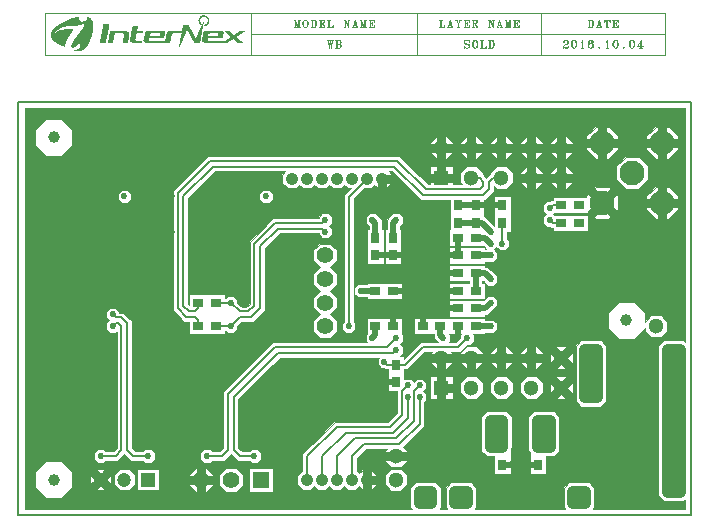
<source format=gbr>
%MOMM*%
%FSLAX33Y33*%
%ADD10C,0.203200*%
%ADD14C,0.070000*%
%ADD17C,1.300000*%
%ADD71R,1.300000X1.300000*%
%ADD25C,1.400000*%
%ADD73R,1.400000X1.400000*%
%ADD133C,0.200000*%
%ADD134C,0.500000*%
%ADD135C,0.750000*%
%ADD137C,1.000000*%
%ADD140C,1.200000*%
%ADD141R,1.200000X1.200000*%
%ADD142C,1.050000*%
%ADD143C,2.100000*%
%ADD144C,0.100000*%
%ADD145R,0.800000X0.900000*%
%ADD148R,0.900000X0.800000*%
%ADD190C,1.000000*%
%ADD191C,0.530000*%
G90*G71*G01*D02*G54D10*X000000Y000000D02*X057000Y000000D01*X057000Y035000D01*
X000000Y035000D01*X000000Y000000D01*D02*G54D14*X019750Y042500D02*
X002250Y042500D01*X002250Y039000D01*X019750Y039000D01*X019750Y040750D02*
X054750Y040750D01*X026232Y040214D02*X026314Y039578D01*X026254Y040214D02*
X026314Y039727D01*X026314Y039578D01*X026273Y040214D02*X026336Y039727D01*
X026400Y040214D02*X026336Y039727D01*X026314Y039578D01*X026400Y040214D02*
X026482Y039578D01*X026418Y040214D02*X026482Y039727D01*X026482Y039578D01*
X026441Y040214D02*X026500Y039727D01*X026564Y040193D02*X026500Y039727D01*
X026482Y039578D01*X026173Y040214D02*X026336Y040214D01*X026400Y040214D02*
X026441Y040214D01*X026500Y040214D02*X026628Y040214D01*X026191Y040214D02*
X026254Y040193D01*X026213Y040214D02*X026254Y040161D01*X026295Y040214D02*
X026273Y040161D01*X026314Y040214D02*X026273Y040193D01*X026523Y040214D02*
X026564Y040193D01*X026605Y040214D02*X026564Y040193D01*X026950Y040214D02*
X026950Y039578D01*X026977Y040193D02*X026977Y039610D01*X027004Y040214D02*
X027004Y039578D01*X026873Y040214D02*X027191Y040214D01*X027273Y040193D01*
X027296Y040161D01*X027327Y040098D01*X027327Y040034D01*X027296Y039981D01*
X027273Y039949D01*X027191Y039917D01*X027273Y040161D02*X027296Y040098D01*
X027296Y040034D01*X027273Y039981D01*X027191Y040214D02*X027246Y040193D01*
X027273Y040130D01*X027273Y040002D01*X027246Y039949D01*X027191Y039917D01*
X027004Y039917D02*X027191Y039917D01*X027273Y039886D01*X027296Y039854D01*
X027327Y039790D01*X027327Y039705D01*X027296Y039642D01*X027273Y039610D01*
X027191Y039578D01*X026873Y039578D01*X027273Y039854D02*X027296Y039790D01*
X027296Y039705D01*X027273Y039642D01*X027191Y039917D02*X027246Y039886D01*
X027273Y039822D01*X027273Y039673D01*X027246Y039610D01*X027191Y039578D01*
X026895Y040214D02*X026950Y040193D01*X026923Y040214D02*X026950Y040161D01*
X027032Y040214D02*X027004Y040161D01*X027059Y040214D02*X027004Y040193D01*
X026950Y039610D02*X026895Y039578D01*X026950Y039642D02*X026923Y039578D01*
X027004Y039642D02*X027032Y039578D01*X027004Y039610D02*X027059Y039578D01*
X023432Y041964D02*X023432Y041360D01*X023432Y041964D02*X023577Y041328D01*
X023454Y041964D02*X023577Y041423D01*X023473Y041964D02*X023596Y041423D01*
X023723Y041964D02*X023577Y041328D01*X023723Y041964D02*X023723Y041328D01*
X023741Y041943D02*X023741Y041360D01*X023764Y041964D02*X023764Y041328D01*
X023373Y041964D02*X023473Y041964D01*X023723Y041964D02*X023828Y041964D01*
X023373Y041328D02*X023495Y041328D01*X023659Y041328D02*X023828Y041328D01*
X023391Y041964D02*X023432Y041943D01*X023782Y041964D02*X023764Y041911D01*
X023805Y041964D02*X023764Y041943D01*X023432Y041360D02*X023391Y041328D01*
X023432Y041360D02*X023473Y041328D01*X023723Y041360D02*X023682Y041328D01*
X023723Y041392D02*X023700Y041328D01*X023764Y041392D02*X023782Y041328D01*
X023764Y041360D02*X023805Y041328D01*X024268Y041964D02*X024186Y041943D01*
X024127Y041880D01*X024100Y041816D01*X024073Y041699D01*X024073Y041604D01*
X024100Y041477D01*X024127Y041423D01*X024186Y041360D01*X024268Y041328D01*
X024327Y041328D01*X024414Y041360D01*X024468Y041423D01*X024496Y041477D01*
X024528Y041604D01*X024528Y041699D01*X024496Y041816D01*X024468Y041880D01*
X024414Y041943D01*X024327Y041964D01*X024268Y041964D01*X024154Y041880D02*
X024127Y041816D01*X024100Y041731D01*X024100Y041572D01*X024127Y041477D01*
X024154Y041423D01*X024441Y041423D02*X024468Y041477D01*X024496Y041572D01*
X024496Y041731D01*X024468Y041816D01*X024441Y041880D01*X024268Y041964D02*
X024214Y041943D01*X024154Y041848D01*X024127Y041731D01*X024127Y041572D01*
X024154Y041455D01*X024214Y041360D01*X024268Y041328D01*X024327Y041328D02*
X024382Y041360D01*X024441Y041455D01*X024468Y041572D01*X024468Y041731D01*
X024441Y041848D01*X024382Y041943D01*X024327Y041964D01*X024850Y041964D02*
X024850Y041328D01*X024877Y041943D02*X024877Y041360D01*X024904Y041964D02*
X024904Y041328D01*X024773Y041964D02*X025036Y041964D01*X025118Y041943D01*
X025173Y041880D01*X025200Y041816D01*X025228Y041731D01*X025228Y041572D01*
X025200Y041477D01*X025173Y041423D01*X025118Y041360D01*X025036Y041328D01*
X024773Y041328D01*X025146Y041880D02*X025173Y041816D01*X025200Y041731D01*
X025200Y041572D01*X025173Y041477D01*X025146Y041423D01*X025036Y041964D02*
X025091Y041943D01*X025146Y041848D01*X025173Y041731D01*X025173Y041572D01*
X025146Y041455D01*X025091Y041360D01*X025036Y041328D01*X024795Y041964D02*
X024850Y041943D01*X024823Y041964D02*X024850Y041911D01*X024932Y041964D02*
X024904Y041911D01*X024959Y041964D02*X024904Y041943D01*X024850Y041360D02*
X024795Y041328D01*X024850Y041392D02*X024823Y041328D01*X024904Y041392D02*
X024932Y041328D01*X024904Y041360D02*X024959Y041328D01*X025554Y041964D02*
X025554Y041328D01*X025582Y041943D02*X025582Y041360D01*X025614Y041964D02*
X025614Y041328D01*X025473Y041964D02*X025928Y041964D01*X025928Y041784D01*
X025614Y041667D02*X025782Y041667D01*X025782Y041784D02*X025782Y041540D01*
X025473Y041328D02*X025928Y041328D01*X025928Y041508D01*X025500Y041964D02*
X025554Y041943D01*X025527Y041964D02*X025554Y041911D01*X025641Y041964D02*
X025614Y041911D01*X025668Y041964D02*X025614Y041943D01*X025782Y041964D02*
X025928Y041943D01*X025841Y041964D02*X025928Y041911D01*X025868Y041964D02*
X025928Y041880D01*X025896Y041964D02*X025928Y041784D01*X025782Y041784D02*
X025755Y041667D01*X025782Y041540D01*X025782Y041731D02*X025727Y041667D01*
X025782Y041604D01*X025782Y041699D02*X025668Y041667D01*X025782Y041636D01*
X025554Y041360D02*X025500Y041328D01*X025554Y041392D02*X025527Y041328D01*
X025614Y041392D02*X025641Y041328D01*X025614Y041360D02*X025668Y041328D01*
X025782Y041328D02*X025928Y041360D01*X025841Y041328D02*X025928Y041392D01*
X025868Y041328D02*X025928Y041423D01*X025896Y041328D02*X025928Y041508D01*
X026264Y041964D02*X026264Y041328D01*X026291Y041943D02*X026291Y041360D01*
X026323Y041964D02*X026323Y041328D01*X026173Y041964D02*X026414Y041964D01*
X026173Y041328D02*X026628Y041328D01*X026628Y041508D01*X026200Y041964D02*
X026264Y041943D01*X026232Y041964D02*X026264Y041911D01*X026355Y041964D02*
X026323Y041911D01*X026382Y041964D02*X026323Y041943D01*X026264Y041360D02*
X026200Y041328D01*X026264Y041392D02*X026232Y041328D01*X026323Y041392D02*
X026355Y041328D01*X026323Y041360D02*X026382Y041328D01*X026473Y041328D02*
X026628Y041360D01*X026532Y041328D02*X026628Y041392D01*X026564Y041328D02*
X026628Y041423D01*X026596Y041328D02*X026628Y041508D01*X027636Y041964D02*
X027636Y041360D01*X027636Y041964D02*X027955Y041328D01*X027663Y041964D02*
X027932Y041423D01*X027682Y041964D02*X027955Y041423D01*X027955Y041943D02*
X027955Y041328D01*X027572Y041964D02*X027682Y041964D01*X027891Y041964D02*
X028027Y041964D01*X027572Y041328D02*X027704Y041328D01*X027591Y041964D02*
X027636Y041943D01*X027914Y041964D02*X027955Y041943D01*X028005Y041964D02*
X027955Y041943D01*X027636Y041360D02*X027591Y041328D01*X027636Y041360D02*
X027682Y041328D01*X028500Y041964D02*X028323Y041360D01*X028473Y041880D02*
X028623Y041328D01*X028500Y041880D02*X028650Y041328D01*X028500Y041964D02*
X028673Y041328D01*X028373Y041508D02*X028600Y041508D01*X028272Y041328D02*
X028423Y041328D01*X028550Y041328D02*X028727Y041328D01*X028323Y041360D02*
X028295Y041328D01*X028323Y041360D02*X028373Y041328D01*X028623Y041360D02*
X028573Y041328D01*X028623Y041392D02*X028600Y041328D01*X028650Y041392D02*
X028700Y041328D01*X029032Y041964D02*X029032Y041360D01*X029032Y041964D02*
X029177Y041328D01*X029054Y041964D02*X029177Y041423D01*X029073Y041964D02*
X029195Y041423D01*X029323Y041964D02*X029177Y041328D01*X029323Y041964D02*
X029323Y041328D01*X029341Y041943D02*X029341Y041360D01*X029364Y041964D02*
X029364Y041328D01*X028972Y041964D02*X029073Y041964D01*X029323Y041964D02*
X029427Y041964D01*X028972Y041328D02*X029095Y041328D01*X029259Y041328D02*
X029427Y041328D01*X028991Y041964D02*X029032Y041943D01*X029382Y041964D02*
X029364Y041911D01*X029405Y041964D02*X029364Y041943D01*X029032Y041360D02*
X028991Y041328D01*X029032Y041360D02*X029073Y041328D01*X029323Y041360D02*
X029282Y041328D01*X029323Y041392D02*X029300Y041328D01*X029364Y041392D02*
X029382Y041328D01*X029364Y041360D02*X029405Y041328D01*X029754Y041964D02*
X029754Y041328D01*X029782Y041943D02*X029782Y041360D01*X029814Y041964D02*
X029814Y041328D01*X029672Y041964D02*X030127Y041964D01*X030127Y041784D01*
X029814Y041667D02*X029982Y041667D01*X029982Y041784D02*X029982Y041540D01*
X029672Y041328D02*X030127Y041328D01*X030127Y041508D01*X029700Y041964D02*
X029754Y041943D01*X029727Y041964D02*X029754Y041911D01*X029841Y041964D02*
X029814Y041911D01*X029868Y041964D02*X029814Y041943D01*X029982Y041964D02*
X030127Y041943D01*X030041Y041964D02*X030127Y041911D01*X030068Y041964D02*
X030127Y041880D01*X030096Y041964D02*X030127Y041784D01*X029982Y041784D02*
X029955Y041667D01*X029982Y041540D01*X029982Y041731D02*X029927Y041667D01*
X029982Y041604D01*X029982Y041699D02*X029868Y041667D01*X029982Y041636D01*
X029754Y041360D02*X029700Y041328D01*X029754Y041392D02*X029727Y041328D01*
X029814Y041392D02*X029841Y041328D01*X029814Y041360D02*X029868Y041328D01*
X029982Y041328D02*X030127Y041360D01*X030041Y041328D02*X030127Y041392D01*
X030068Y041328D02*X030127Y041423D01*X030096Y041328D02*X030127Y041508D01*
X035714Y041964D02*X035714Y041328D01*X035741Y041943D02*X035741Y041360D01*
X035773Y041964D02*X035773Y041328D01*X035623Y041964D02*X035864Y041964D01*
X035623Y041328D02*X036078Y041328D01*X036078Y041508D01*X035650Y041964D02*
X035714Y041943D01*X035682Y041964D02*X035714Y041911D01*X035805Y041964D02*
X035773Y041911D01*X035832Y041964D02*X035773Y041943D01*X035714Y041360D02*
X035650Y041328D01*X035714Y041392D02*X035682Y041328D01*X035773Y041392D02*
X035805Y041328D01*X035773Y041360D02*X035832Y041328D01*X035923Y041328D02*
X036078Y041360D01*X035982Y041328D02*X036078Y041392D01*X036014Y041328D02*
X036078Y041423D01*X036046Y041328D02*X036078Y041508D01*X036550Y041964D02*
X036373Y041360D01*X036523Y041880D02*X036673Y041328D01*X036550Y041880D02*
X036700Y041328D01*X036550Y041964D02*X036723Y041328D01*X036423Y041508D02*
X036650Y041508D01*X036323Y041328D02*X036473Y041328D01*X036600Y041328D02*
X036778Y041328D01*X036373Y041360D02*X036345Y041328D01*X036373Y041360D02*
X036423Y041328D01*X036673Y041360D02*X036623Y041328D01*X036673Y041392D02*
X036650Y041328D01*X036700Y041392D02*X036750Y041328D01*X037068Y041964D02*
X037223Y041636D01*X037223Y041328D01*X037091Y041964D02*X037245Y041636D01*
X037245Y041360D01*X037109Y041964D02*X037273Y041636D01*X037273Y041328D01*
X037405Y041943D02*X037273Y041636D01*X037023Y041964D02*X037182Y041964D01*
X037336Y041964D02*X037478Y041964D01*X037159Y041328D02*X037336Y041328D01*
X037045Y041964D02*X037091Y041943D01*X037159Y041964D02*X037109Y041943D01*
X037364Y041964D02*X037405Y041943D01*X037450Y041964D02*X037405Y041943D01*
X037223Y041360D02*X037182Y041328D01*X037223Y041392D02*X037200Y041328D01*
X037273Y041392D02*X037291Y041328D01*X037273Y041360D02*X037314Y041328D01*
X037804Y041964D02*X037804Y041328D01*X037832Y041943D02*X037832Y041360D01*
X037864Y041964D02*X037864Y041328D01*X037723Y041964D02*X038178Y041964D01*
X038178Y041784D01*X037864Y041667D02*X038032Y041667D01*X038032Y041784D02*
X038032Y041540D01*X037723Y041328D02*X038178Y041328D01*X038178Y041508D01*
X037750Y041964D02*X037804Y041943D01*X037777Y041964D02*X037804Y041911D01*
X037891Y041964D02*X037864Y041911D01*X037918Y041964D02*X037864Y041943D01*
X038032Y041964D02*X038178Y041943D01*X038091Y041964D02*X038178Y041911D01*
X038118Y041964D02*X038178Y041880D01*X038146Y041964D02*X038178Y041784D01*
X038032Y041784D02*X038005Y041667D01*X038032Y041540D01*X038032Y041731D02*
X037977Y041667D01*X038032Y041604D01*X038032Y041699D02*X037918Y041667D01*
X038032Y041636D01*X037804Y041360D02*X037750Y041328D01*X037804Y041392D02*
X037777Y041328D01*X037864Y041392D02*X037891Y041328D01*X037864Y041360D02*
X037918Y041328D01*X038032Y041328D02*X038178Y041360D01*X038091Y041328D02*
X038178Y041392D01*X038118Y041328D02*X038178Y041423D01*X038146Y041328D02*
X038178Y041508D01*X038495Y041964D02*X038495Y041328D01*X038523Y041943D02*
X038523Y041360D01*X038545Y041964D02*X038545Y041328D01*X038423Y041964D02*
X038723Y041964D01*X038800Y041943D01*X038823Y041911D01*X038850Y041848D01*
X038850Y041784D01*X038823Y041731D01*X038800Y041699D01*X038723Y041667D01*
X038545Y041667D01*X038800Y041911D02*X038823Y041848D01*X038823Y041784D01*
X038800Y041731D01*X038723Y041964D02*X038773Y041943D01*X038800Y041880D01*
X038800Y041752D01*X038773Y041699D01*X038723Y041667D01*X038645Y041667D02*
X038700Y041636D01*X038723Y041572D01*X038773Y041392D01*X038800Y041328D01*
X038850Y041328D01*X038878Y041392D01*X038878Y041455D01*X038773Y041455D02*
X038800Y041392D01*X038823Y041360D01*X038850Y041360D01*X038700Y041636D02*
X038723Y041604D01*X038800Y041423D01*X038823Y041392D01*X038850Y041392D01*
X038878Y041423D01*X038423Y041328D02*X038623Y041328D01*X038445Y041964D02*
X038495Y041943D01*X038473Y041964D02*X038495Y041911D01*X038573Y041964D02*
X038545Y041911D01*X038595Y041964D02*X038545Y041943D01*X038495Y041360D02*
X038445Y041328D01*X038495Y041392D02*X038473Y041328D01*X038545Y041392D02*
X038573Y041328D01*X038545Y041360D02*X038595Y041328D01*X039886Y041964D02*
X039886Y041360D01*X039886Y041964D02*X040205Y041328D01*X039913Y041964D02*
X040182Y041423D01*X039932Y041964D02*X040205Y041423D01*X040205Y041943D02*
X040205Y041328D01*X039822Y041964D02*X039932Y041964D01*X040141Y041964D02*
X040277Y041964D01*X039822Y041328D02*X039954Y041328D01*X039841Y041964D02*
X039886Y041943D01*X040164Y041964D02*X040205Y041943D01*X040255Y041964D02*
X040205Y041943D01*X039886Y041360D02*X039841Y041328D01*X039886Y041360D02*
X039932Y041328D01*X040750Y041964D02*X040573Y041360D01*X040723Y041880D02*
X040873Y041328D01*X040750Y041880D02*X040900Y041328D01*X040750Y041964D02*
X040923Y041328D01*X040623Y041508D02*X040850Y041508D01*X040522Y041328D02*
X040673Y041328D01*X040800Y041328D02*X040977Y041328D01*X040573Y041360D02*
X040545Y041328D01*X040573Y041360D02*X040623Y041328D01*X040873Y041360D02*
X040823Y041328D01*X040873Y041392D02*X040850Y041328D01*X040900Y041392D02*
X040950Y041328D01*X041282Y041964D02*X041282Y041360D01*X041282Y041964D02*
X041427Y041328D01*X041304Y041964D02*X041427Y041423D01*X041323Y041964D02*
X041445Y041423D01*X041573Y041964D02*X041427Y041328D01*X041573Y041964D02*
X041573Y041328D01*X041591Y041943D02*X041591Y041360D01*X041614Y041964D02*
X041614Y041328D01*X041222Y041964D02*X041323Y041964D01*X041573Y041964D02*
X041677Y041964D01*X041222Y041328D02*X041345Y041328D01*X041509Y041328D02*
X041677Y041328D01*X041241Y041964D02*X041282Y041943D01*X041632Y041964D02*
X041614Y041911D01*X041655Y041964D02*X041614Y041943D01*X041282Y041360D02*
X041241Y041328D01*X041282Y041360D02*X041323Y041328D01*X041573Y041360D02*
X041532Y041328D01*X041573Y041392D02*X041550Y041328D01*X041614Y041392D02*
X041632Y041328D01*X041614Y041360D02*X041655Y041328D01*X042004Y041964D02*
X042004Y041328D01*X042032Y041943D02*X042032Y041360D01*X042064Y041964D02*
X042064Y041328D01*X041922Y041964D02*X042377Y041964D01*X042377Y041784D01*
X042064Y041667D02*X042232Y041667D01*X042232Y041784D02*X042232Y041540D01*
X041922Y041328D02*X042377Y041328D01*X042377Y041508D01*X041950Y041964D02*
X042004Y041943D01*X041977Y041964D02*X042004Y041911D01*X042091Y041964D02*
X042064Y041911D01*X042118Y041964D02*X042064Y041943D01*X042232Y041964D02*
X042377Y041943D01*X042291Y041964D02*X042377Y041911D01*X042318Y041964D02*
X042377Y041880D01*X042346Y041964D02*X042377Y041784D01*X042232Y041784D02*
X042205Y041667D01*X042232Y041540D01*X042232Y041731D02*X042177Y041667D01*
X042232Y041604D01*X042232Y041699D02*X042118Y041667D01*X042232Y041636D01*
X042004Y041360D02*X041950Y041328D01*X042004Y041392D02*X041977Y041328D01*
X042064Y041392D02*X042091Y041328D01*X042064Y041360D02*X042118Y041328D01*
X042232Y041328D02*X042377Y041360D01*X042291Y041328D02*X042377Y041392D01*
X042318Y041328D02*X042377Y041423D01*X042346Y041328D02*X042377Y041508D01*
X033750Y042500D02*X033750Y039000D01*X019750Y042500D02*X054750Y042500D01*
X054750Y039000D02*X019750Y039000D01*X019750Y042500D02*X019750Y039000D01*
X054750Y042500D02*X054750Y039000D01*X044250Y042500D02*X044250Y039000D01*
X048300Y041964D02*X048300Y041328D01*X048327Y041943D02*X048327Y041360D01*
X048354Y041964D02*X048354Y041328D01*X048223Y041964D02*X048486Y041964D01*
X048568Y041943D01*X048623Y041880D01*X048650Y041816D01*X048678Y041731D01*
X048678Y041572D01*X048650Y041477D01*X048623Y041423D01*X048568Y041360D01*
X048486Y041328D01*X048223Y041328D01*X048596Y041880D02*X048623Y041816D01*
X048650Y041731D01*X048650Y041572D01*X048623Y041477D01*X048596Y041423D01*
X048486Y041964D02*X048541Y041943D01*X048596Y041848D01*X048623Y041731D01*
X048623Y041572D01*X048596Y041455D01*X048541Y041360D01*X048486Y041328D01*
X048245Y041964D02*X048300Y041943D01*X048273Y041964D02*X048300Y041911D01*
X048382Y041964D02*X048354Y041911D01*X048409Y041964D02*X048354Y041943D01*
X048300Y041360D02*X048245Y041328D01*X048300Y041392D02*X048273Y041328D01*
X048354Y041392D02*X048382Y041328D01*X048354Y041360D02*X048409Y041328D01*
X049150Y041964D02*X048973Y041360D01*X049123Y041880D02*X049273Y041328D01*
X049150Y041880D02*X049300Y041328D01*X049150Y041964D02*X049323Y041328D01*
X049023Y041508D02*X049250Y041508D01*X048923Y041328D02*X049073Y041328D01*
X049200Y041328D02*X049378Y041328D01*X048973Y041360D02*X048945Y041328D01*
X048973Y041360D02*X049023Y041328D01*X049273Y041360D02*X049223Y041328D01*
X049273Y041392D02*X049250Y041328D01*X049300Y041392D02*X049350Y041328D01*
X049623Y041964D02*X049623Y041784D01*X049818Y041964D02*X049818Y041328D01*
X049850Y041943D02*X049850Y041360D01*X049877Y041964D02*X049877Y041328D01*
X050077Y041964D02*X050077Y041784D01*X049623Y041964D02*X050077Y041964D01*
X049736Y041328D02*X049959Y041328D01*X049650Y041964D02*X049623Y041784D01*
X049677Y041964D02*X049623Y041880D01*X049704Y041964D02*X049623Y041911D01*
X049764Y041964D02*X049623Y041943D01*X049932Y041964D02*X050077Y041943D01*
X049991Y041964D02*X050077Y041911D01*X050018Y041964D02*X050077Y041880D01*
X050046Y041964D02*X050077Y041784D01*X049818Y041360D02*X049764Y041328D01*
X049818Y041392D02*X049791Y041328D01*X049877Y041392D02*X049905Y041328D01*
X049877Y041360D02*X049932Y041328D01*X050404Y041964D02*X050404Y041328D01*
X050432Y041943D02*X050432Y041360D01*X050464Y041964D02*X050464Y041328D01*
X050322Y041964D02*X050777Y041964D01*X050777Y041784D01*X050464Y041667D02*
X050632Y041667D01*X050632Y041784D02*X050632Y041540D01*X050322Y041328D02*
X050777Y041328D01*X050777Y041508D01*X050350Y041964D02*X050404Y041943D01*
X050377Y041964D02*X050404Y041911D01*X050491Y041964D02*X050464Y041911D01*
X050518Y041964D02*X050464Y041943D01*X050632Y041964D02*X050777Y041943D01*
X050691Y041964D02*X050777Y041911D01*X050718Y041964D02*X050777Y041880D01*
X050746Y041964D02*X050777Y041784D01*X050632Y041784D02*X050605Y041667D01*
X050632Y041540D01*X050632Y041731D02*X050577Y041667D01*X050632Y041604D01*
X050632Y041699D02*X050518Y041667D01*X050632Y041636D01*X050404Y041360D02*
X050350Y041328D01*X050404Y041392D02*X050377Y041328D01*X050464Y041392D02*
X050491Y041328D01*X050464Y041360D02*X050518Y041328D01*X050632Y041328D02*
X050777Y041360D01*X050691Y041328D02*X050777Y041392D01*X050718Y041328D02*
X050777Y041423D01*X050746Y041328D02*X050777Y041508D01*X046154Y040098D02*
X046154Y040066D01*X046186Y040066D01*X046186Y040098D01*X046154Y040098D01*
X046154Y040130D02*X046186Y040130D01*X046218Y040098D01*X046218Y040066D01*
X046186Y040034D01*X046154Y040034D01*X046123Y040066D01*X046123Y040098D01*
X046154Y040161D01*X046186Y040193D01*X046282Y040214D01*X046414Y040214D01*
X046509Y040193D01*X046541Y040161D01*X046578Y040098D01*X046578Y040034D01*
X046541Y039981D01*X046446Y039917D01*X046282Y039854D01*X046218Y039822D01*
X046154Y039758D01*X046123Y039673D01*X046123Y039578D01*X046509Y040161D02*
X046541Y040098D01*X046541Y040034D01*X046509Y039981D01*X046414Y040214D02*
X046477Y040193D01*X046509Y040098D01*X046509Y040034D01*X046477Y039981D01*
X046414Y039917D01*X046282Y039854D01*X046123Y039642D02*X046154Y039673D01*
X046218Y039673D01*X046377Y039642D01*X046509Y039642D01*X046578Y039673D01*
X046218Y039673D02*X046377Y039610D01*X046509Y039610D01*X046541Y039642D01*
X046218Y039673D02*X046377Y039578D01*X046509Y039578D01*X046541Y039610D01*
X046578Y039673D01*X046578Y039727D01*X047014Y040214D02*X046918Y040193D01*
X046854Y040098D01*X046823Y039949D01*X046823Y039854D01*X046854Y039705D01*
X046918Y039610D01*X047014Y039578D01*X047082Y039578D01*X047177Y039610D01*
X047241Y039705D01*X047278Y039854D01*X047278Y039949D01*X047241Y040098D01*
X047177Y040193D01*X047082Y040214D01*X047014Y040214D01*X046918Y040161D02*
X046886Y040098D01*X046854Y039981D01*X046854Y039822D01*X046886Y039705D01*
X046918Y039642D01*X047177Y039642D02*X047209Y039705D01*X047241Y039822D01*
X047241Y039981D01*X047209Y040098D01*X047177Y040161D01*X047014Y040214D02*
X046950Y040193D01*X046918Y040130D01*X046886Y039981D01*X046886Y039822D01*
X046918Y039673D01*X046950Y039610D01*X047014Y039578D01*X047082Y039578D02*
X047146Y039610D01*X047177Y039673D01*X047209Y039822D01*X047209Y039981D01*
X047177Y040130D01*X047146Y040193D01*X047082Y040214D01*X047727Y040161D02*
X047727Y039578D01*X047745Y040161D02*X047745Y039610D01*X047759Y040214D02*
X047759Y039578D01*X047759Y040214D02*X047714Y040130D01*X047686Y040098D01*
X047673Y039578D02*X047818Y039578D01*X047727Y039610D02*X047700Y039578D01*
X047727Y039642D02*X047714Y039578D01*X047759Y039642D02*X047773Y039578D01*
X047759Y039610D02*X047786Y039578D01*X048577Y040130D02*X048577Y040098D01*
X048609Y040098D01*X048609Y040130D01*X048577Y040130D01*X048609Y040161D02*
X048577Y040161D01*X048546Y040130D01*X048546Y040098D01*X048577Y040066D01*
X048609Y040066D01*X048641Y040098D01*X048641Y040130D01*X048609Y040193D01*
X048546Y040214D01*X048450Y040214D01*X048350Y040193D01*X048286Y040130D01*
X048254Y040066D01*X048223Y039949D01*X048223Y039758D01*X048254Y039673D01*
X048318Y039610D01*X048414Y039578D01*X048482Y039578D01*X048577Y039610D01*
X048641Y039673D01*X048678Y039758D01*X048678Y039790D01*X048641Y039886D01*
X048577Y039949D01*X048482Y039981D01*X048414Y039981D01*X048350Y039949D01*
X048318Y039917D01*X048286Y039854D01*X048318Y040130D02*X048286Y040066D01*
X048254Y039949D01*X048254Y039758D01*X048286Y039673D01*X048318Y039642D01*
X048609Y039673D02*X048641Y039727D01*X048641Y039822D01*X048609Y039886D01*
X048450Y040214D02*X048382Y040193D01*X048350Y040161D01*X048318Y040098D01*
X048286Y039981D01*X048286Y039758D01*X048318Y039673D01*X048350Y039610D01*
X048414Y039578D01*X048482Y039578D02*X048546Y039610D01*X048577Y039642D01*
X048609Y039727D01*X048609Y039822D01*X048577Y039917D01*X048546Y039949D01*
X048482Y039981D01*X049141Y039673D02*X049127Y039642D01*X049127Y039610D01*
X049141Y039578D01*X049155Y039578D01*X049168Y039610D01*X049168Y039642D01*
X049155Y039673D01*X049141Y039673D01*X049141Y039642D02*X049141Y039610D01*
X049155Y039610D01*X049155Y039642D01*X049141Y039642D01*X049827Y040161D02*
X049827Y039578D01*X049845Y040161D02*X049845Y039610D01*X049859Y040214D02*
X049859Y039578D01*X049859Y040214D02*X049814Y040130D01*X049786Y040098D01*
X049773Y039578D02*X049918Y039578D01*X049827Y039610D02*X049800Y039578D01*
X049827Y039642D02*X049814Y039578D01*X049859Y039642D02*X049873Y039578D01*
X049859Y039610D02*X049886Y039578D01*X050514Y040214D02*X050418Y040193D01*
X050354Y040098D01*X050322Y039949D01*X050322Y039854D01*X050354Y039705D01*
X050418Y039610D01*X050514Y039578D01*X050582Y039578D01*X050677Y039610D01*
X050741Y039705D01*X050777Y039854D01*X050777Y039949D01*X050741Y040098D01*
X050677Y040193D01*X050582Y040214D01*X050514Y040214D01*X050418Y040161D02*
X050386Y040098D01*X050354Y039981D01*X050354Y039822D01*X050386Y039705D01*
X050418Y039642D01*X050677Y039642D02*X050709Y039705D01*X050741Y039822D01*
X050741Y039981D01*X050709Y040098D01*X050677Y040161D01*X050514Y040214D02*
X050450Y040193D01*X050418Y040130D01*X050386Y039981D01*X050386Y039822D01*
X050418Y039673D01*X050450Y039610D01*X050514Y039578D01*X050582Y039578D02*
X050646Y039610D01*X050677Y039673D01*X050709Y039822D01*X050709Y039981D01*
X050677Y040130D01*X050646Y040193D01*X050582Y040214D01*X051241Y039673D02*
X051227Y039642D01*X051227Y039610D01*X051241Y039578D01*X051255Y039578D01*
X051268Y039610D01*X051268Y039642D01*X051255Y039673D01*X051241Y039673D01*
X051241Y039642D02*X051241Y039610D01*X051255Y039610D01*X051255Y039642D01*
X051241Y039642D01*X051914Y040214D02*X051818Y040193D01*X051754Y040098D01*
X051722Y039949D01*X051722Y039854D01*X051754Y039705D01*X051818Y039610D01*
X051914Y039578D01*X051982Y039578D01*X052077Y039610D01*X052141Y039705D01*
X052177Y039854D01*X052177Y039949D01*X052141Y040098D01*X052077Y040193D01*
X051982Y040214D01*X051914Y040214D01*X051818Y040161D02*X051786Y040098D01*
X051754Y039981D01*X051754Y039822D01*X051786Y039705D01*X051818Y039642D01*
X052077Y039642D02*X052109Y039705D01*X052141Y039822D01*X052141Y039981D01*
X052109Y040098D01*X052077Y040161D01*X051914Y040214D02*X051850Y040193D01*
X051818Y040130D01*X051786Y039981D01*X051786Y039822D01*X051818Y039673D01*
X051850Y039610D01*X051914Y039578D01*X051982Y039578D02*X052046Y039610D01*
X052077Y039673D01*X052109Y039822D01*X052109Y039981D01*X052077Y040130D01*
X052046Y040193D01*X051982Y040214D01*X052677Y040130D02*X052677Y039578D01*
X052705Y040161D02*X052705Y039610D01*X052732Y040214D02*X052732Y039578D01*
X052732Y040214D02*X052422Y039758D01*X052877Y039758D01*X052591Y039578D02*
X052818Y039578D01*X052677Y039610D02*X052618Y039578D01*X052677Y039642D02*
X052645Y039578D01*X052732Y039642D02*X052759Y039578D01*X052732Y039610D02*
X052791Y039578D01*X038141Y040130D02*X038178Y040214D01*X038178Y040034D01*
X038141Y040130D01*X038077Y040193D01*X037977Y040214D01*X037882Y040214D01*
X037786Y040193D01*X037723Y040130D01*X037723Y040034D01*X037754Y039981D01*
X037850Y039917D01*X038046Y039854D01*X038109Y039822D01*X038141Y039758D01*
X038141Y039673D01*X038109Y039610D01*X037754Y040034D02*X037786Y039981D01*
X037850Y039949D01*X038046Y039886D01*X038109Y039854D01*X038141Y039790D01*
X037786Y040193D02*X037754Y040130D01*X037754Y040066D01*X037786Y040002D01*
X037850Y039981D01*X038046Y039917D01*X038141Y039854D01*X038178Y039790D01*
X038178Y039705D01*X038141Y039642D01*X038109Y039610D01*X038014Y039578D01*
X037914Y039578D01*X037818Y039610D01*X037754Y039673D01*X037723Y039758D01*
X037723Y039578D01*X037754Y039673D01*X038618Y040214D02*X038536Y040193D01*
X038477Y040130D01*X038450Y040066D01*X038423Y039949D01*X038423Y039854D01*
X038450Y039727D01*X038477Y039673D01*X038536Y039610D01*X038618Y039578D01*
X038677Y039578D01*X038764Y039610D01*X038818Y039673D01*X038846Y039727D01*
X038878Y039854D01*X038878Y039949D01*X038846Y040066D01*X038818Y040130D01*
X038764Y040193D01*X038677Y040214D01*X038618Y040214D01*X038504Y040130D02*
X038477Y040066D01*X038450Y039981D01*X038450Y039822D01*X038477Y039727D01*
X038504Y039673D01*X038791Y039673D02*X038818Y039727D01*X038846Y039822D01*
X038846Y039981D01*X038818Y040066D01*X038791Y040130D01*X038618Y040214D02*
X038564Y040193D01*X038504Y040098D01*X038477Y039981D01*X038477Y039822D01*
X038504Y039705D01*X038564Y039610D01*X038618Y039578D01*X038677Y039578D02*
X038732Y039610D01*X038791Y039705D01*X038818Y039822D01*X038818Y039981D01*
X038791Y040098D01*X038732Y040193D01*X038677Y040214D01*X039214Y040214D02*
X039214Y039578D01*X039241Y040193D02*X039241Y039610D01*X039273Y040214D02*
X039273Y039578D01*X039123Y040214D02*X039364Y040214D01*X039123Y039578D02*
X039577Y039578D01*X039577Y039758D01*X039150Y040214D02*X039214Y040193D01*
X039182Y040214D02*X039214Y040161D01*X039305Y040214D02*X039273Y040161D01*
X039332Y040214D02*X039273Y040193D01*X039214Y039610D02*X039150Y039578D01*
X039214Y039642D02*X039182Y039578D01*X039273Y039642D02*X039305Y039578D01*
X039273Y039610D02*X039332Y039578D01*X039423Y039578D02*X039577Y039610D01*
X039482Y039578D02*X039577Y039642D01*X039514Y039578D02*X039577Y039673D01*
X039546Y039578D02*X039577Y039758D01*X039900Y040214D02*X039900Y039578D01*
X039927Y040193D02*X039927Y039610D01*X039954Y040214D02*X039954Y039578D01*
X039822Y040214D02*X040086Y040214D01*X040168Y040193D01*X040223Y040130D01*
X040250Y040066D01*X040277Y039981D01*X040277Y039822D01*X040250Y039727D01*
X040223Y039673D01*X040168Y039610D01*X040086Y039578D01*X039822Y039578D01*
X040196Y040130D02*X040223Y040066D01*X040250Y039981D01*X040250Y039822D01*
X040223Y039727D01*X040196Y039673D01*X040086Y040214D02*X040141Y040193D01*
X040196Y040098D01*X040223Y039981D01*X040223Y039822D01*X040196Y039705D01*
X040141Y039610D01*X040086Y039578D01*X039845Y040214D02*X039900Y040193D01*
X039873Y040214D02*X039900Y040161D01*X039982Y040214D02*X039954Y040161D01*
X040009Y040214D02*X039954Y040193D01*X039900Y039610D02*X039845Y039578D01*
X039900Y039642D02*X039873Y039578D01*X039954Y039642D02*X039982Y039578D01*
X039954Y039610D02*X040009Y039578D01*X000000Y000000D02*D02*G54D17*
X032000Y003000D03*X032000Y005000D03*X038380Y010800D03*X040920Y010800D03*
X046000Y010800D03*X043460Y010800D03*X038380Y013340D03*X035840Y013340D03*
X040920Y013340D03*X046000Y013340D03*X043460Y013340D03*X054000Y016000D03*
X038380Y028580D03*X040920Y028580D03*X046000Y028580D03*X043460Y028580D03*
X038380Y031120D03*X035840Y031120D03*X040920Y031120D03*X046000Y031120D03*
X043460Y031120D03*D02*G54D71*X035840Y010800D03*X035840Y028580D03*D02*G54D25*
X015460Y003000D03*X018000Y003000D03*X026000Y016000D03*X026000Y018000D03*
X026000Y020000D03*X026000Y022000D03*D02*G54D73*X020540Y003000D03*D02*G54D133*
X009250Y005500D02*X009250Y016250D01*X008750Y016750D02*X009250Y016250D01*
X008750Y005500D02*X008750Y016000D01*X008500Y016250D02*X008750Y016000D01*
X020000Y017750D02*X020000Y023000D01*X021750Y024750D02*X020000Y023000D01*
X018250Y005500D02*X018250Y010000D01*X022000Y013750D02*X018250Y010000D01*
X020500Y017500D02*X020500Y022750D01*X022000Y024250D02*X020500Y022750D01*
X017750Y005500D02*X017750Y010250D01*X021750Y014250D02*X017750Y010250D01*
X014000Y017750D02*X014000Y027000D01*X016500Y029500D02*X014000Y027000D01*
X015250Y018000D02*X015250Y017500D01*X015000Y017250D02*X015250Y017500D01*
X013500Y017500D02*X013500Y027250D01*X016250Y030000D02*X013500Y027250D01*
X015250Y016000D02*X015250Y016500D01*X015000Y016750D02*X015250Y016500D01*
X027000Y003000D02*X027000Y005000D01*X028500Y006500D02*X027000Y005000D01*
X025730Y003000D02*X025730Y005000D01*X027730Y007000D02*X025730Y005000D01*
X024460Y003000D02*X024460Y005000D01*X026960Y007500D02*X024460Y005000D01*
X028000Y016000D02*X028000Y026960D01*X029540Y028500D02*X028000Y026960D01*
X034000Y007750D02*X034000Y010000D01*X028270Y003000D02*X028270Y005000D01*
X029270Y006000D02*X028270Y005000D01*X033500Y008000D02*X033500Y010500D01*
X034000Y011000D02*X033500Y010500D01*X033000Y008250D02*X033000Y010000D01*
X032500Y008500D02*X032500Y010500D01*X033000Y011000D02*X032500Y010500D01*
X039900Y027600D02*X039900Y028250D01*X040230Y028580D02*X039900Y028250D01*
X039400Y027850D02*X039400Y028250D01*X039070Y028580D02*X039400Y028250D01*
X041000Y024750D02*X041000Y023000D01*X020000Y005000D02*X018750Y005000D01*
X018250Y005500D02*X018750Y005000D01*X016000Y005000D02*X017250Y005000D01*
X017750Y005500D02*X017250Y005000D01*X011000Y005000D02*X009750Y005000D01*
X009250Y005500D02*X009750Y005000D01*X007000Y005000D02*X008250Y005000D01*
X008750Y005500D02*X008250Y005000D01*X029270Y006000D02*X032250Y006000D01*
X034000Y007750D02*X032250Y006000D01*X028500Y006500D02*X032000Y006500D01*
X033500Y008000D02*X032000Y006500D01*X027730Y007000D02*X031750Y007000D01*
X033000Y008250D02*X031750Y007000D01*X026960Y007500D02*X031500Y007500D01*
X032500Y008500D02*X031500Y007500D01*X016750Y018000D02*X018000Y018000D01*
X018750Y017250D02*X019500Y017250D01*X020000Y017750D02*X019500Y017250D01*
X022000Y013750D02*X031750Y013750D01*X032000Y014000D02*X031750Y013750D01*
X018000Y016000D02*X016750Y016000D01*X018750Y016750D02*X019750Y016750D01*
X020500Y017500D02*X019750Y016750D01*X021750Y014250D02*X031250Y014250D01*
X032000Y015000D02*X031250Y014250D01*X015000Y017250D02*X014500Y017250D01*
X014000Y017750D02*X014500Y017250D01*X015000Y016750D02*X014250Y016750D01*
X013500Y017500D02*X014250Y016750D01*X008750Y016750D02*X008250Y016750D01*
X008000Y017000D02*X008250Y016750D01*X008500Y016250D02*X008250Y016250D01*
X008000Y016000D02*X008250Y016250D01*X032000Y012750D02*X031250Y012750D01*
X031000Y013000D02*X031250Y012750D01*X032750Y012750D02*X032000Y012750D01*
X037250Y014250D02*X034250Y014250D01*X032750Y012750D02*X034250Y014250D01*
X021750Y024750D02*X025750Y024750D01*X026000Y025000D02*X025750Y024750D01*
X022000Y024250D02*X025750Y024250D01*X026000Y024000D02*X025750Y024250D01*
X045250Y024750D02*X046000Y024750D01*X040230Y028580D02*X040920Y028580D01*
X034250Y027100D02*X039400Y027100D01*X039900Y027600D02*X039400Y027100D01*
X016500Y029500D02*X031850Y029500D01*X034250Y027100D02*X031850Y029500D01*
X039070Y028580D02*X038380Y028580D01*X034500Y027600D02*X039150Y027600D01*
X039400Y027850D02*X039150Y027600D01*X016250Y030000D02*X032100Y030000D01*
X034500Y027600D02*X032100Y030000D01*X046000Y026250D02*X045250Y026250D01*
X045000Y026000D02*X045250Y026250D01*X038000Y015000D02*X037250Y014250D01*
X045000Y025000D02*X045250Y024750D01*X018000Y016000D02*X018750Y016750D01*
X018000Y018000D02*X018750Y017250D01*D02*G54D134*X031750Y023500D02*
X031750Y024750D01*X032000Y025000D02*X031750Y024750D01*X030250Y024750D02*
X030250Y023500D01*X034250Y016000D02*X034250Y016750D01*X031750Y016000D02*
X031750Y016750D01*X030250Y016000D02*X030250Y015250D01*X030000Y015000D02*
X030250Y015250D01*X037250Y016000D02*X037250Y015250D01*X037250Y023500D02*
X037250Y022000D01*X035750Y016000D02*X035750Y015250D01*X036000Y015000D02*
X035750Y015250D01*X038750Y020500D02*X038750Y019000D01*X041000Y004250D02*
X041750Y004250D01*X042000Y004500D02*X041750Y004250D01*X044000Y004250D02*
X043250Y004250D01*X040000Y016000D02*X038750Y016000D01*X032000Y011250D02*
X031250Y011250D01*X037250Y017500D02*X036500Y017500D01*X038750Y017500D02*
X039500Y017500D01*X040000Y018000D02*X039500Y017500D01*X031750Y019000D02*
X033000Y019000D01*X030250Y022000D02*X031750Y022000D01*X031750Y022000D02*
X033000Y022000D01*X037250Y019000D02*X036000Y019000D01*X037250Y020500D02*
X036500Y020500D01*X037250Y022000D02*X036000Y022000D01*X030250Y019000D02*
X029000Y019000D01*X038750Y024750D02*X039250Y024750D01*X040000Y024000D02*
X039250Y024750D01*X038750Y023500D02*X039500Y023500D01*X040000Y023000D02*
X039500Y023500D01*X038750Y022000D02*X040000Y022000D01*X038750Y020500D02*
X039500Y020500D01*X040000Y020000D02*X039500Y020500D01*X037250Y024750D02*
X038750Y024750D01*X038750Y026250D02*X039750Y026250D01*X040000Y026000D02*
X039750Y026250D01*X037250Y026250D02*X038750Y026250D01*X041000Y026250D02*
X040250Y026250D01*X040000Y026000D02*X040250Y026250D01*X030000Y025000D02*
X030250Y024750D01*X037250Y015250D02*X037000Y015000D01*X031250Y011250D02*
X031000Y011000D01*X043250Y004250D02*X043000Y004500D01*X034250Y016750D02*
X034000Y017000D01*X031750Y016750D02*X032000Y017000D01*X036500Y017500D02*
X036000Y018000D01*X036500Y020500D02*X036000Y020000D01*D02*G54D135*
X015460Y003000D02*X016460Y003000D01*X015460Y003000D02*X015460Y004000D01*
X015460Y003000D02*X014460Y003000D01*X015460Y003000D02*X015460Y002000D01*
X035840Y028580D02*X036790Y028580D01*X035840Y028580D02*X035840Y029530D01*
X035840Y028580D02*X034890Y028580D01*X043460Y028580D02*X044410Y028580D01*
X043460Y028580D02*X043460Y029530D01*X043460Y028580D02*X042510Y028580D01*
X043460Y028580D02*X043460Y027630D01*X046000Y028580D02*X046950Y028580D01*
X046000Y028580D02*X046000Y029530D01*X046000Y028580D02*X045050Y028580D01*
X046000Y028580D02*X046000Y027630D01*X035840Y031120D02*X036790Y031120D01*
X035840Y031120D02*X035840Y032070D01*X035840Y031120D02*X034890Y031120D01*
X035840Y031120D02*X035840Y030170D01*X038380Y031120D02*X039330Y031120D01*
X038380Y031120D02*X038380Y032070D01*X038380Y031120D02*X037430Y031120D01*
X038380Y031120D02*X038380Y030170D01*X040920Y031120D02*X041870Y031120D01*
X040920Y031120D02*X040920Y032070D01*X040920Y031120D02*X039970Y031120D01*
X040920Y031120D02*X040920Y030170D01*X043460Y031120D02*X044410Y031120D01*
X043460Y031120D02*X043460Y032070D01*X043460Y031120D02*X042510Y031120D01*
X043460Y031120D02*X043460Y030170D01*X046000Y031120D02*X046950Y031120D01*
X046000Y031120D02*X046000Y032070D01*X046000Y031120D02*X045050Y031120D01*
X046000Y031120D02*X046000Y030170D01*X007000Y003000D02*X007636Y003636D01*
X007000Y003000D02*X006364Y003636D01*X007000Y003000D02*X006364Y002364D01*
X007000Y003000D02*X007636Y002364D01*X029540Y003000D02*X030365Y003000D01*
X029540Y003000D02*X029540Y003825D01*X029540Y003000D02*X029540Y002175D01*
X030810Y028500D02*X031635Y028500D01*X030810Y028500D02*X030810Y027675D01*
X054540Y026460D02*X055890Y026460D01*X054540Y026460D02*X054540Y027810D01*
X054540Y026460D02*X053190Y026460D01*X054540Y026460D02*X054540Y025110D01*
X049460Y026460D02*X050415Y027415D01*X049460Y026460D02*X048505Y027415D01*
X049460Y026460D02*X048505Y025505D01*X049460Y026460D02*X050415Y025505D01*
X054540Y031540D02*X055890Y031540D01*X054540Y031540D02*X054540Y032890D01*
X054540Y031540D02*X053190Y031540D01*X054540Y031540D02*X054540Y030190D01*
X049460Y031540D02*X050810Y031540D01*X049460Y031540D02*X049460Y032890D01*
X049460Y031540D02*X048110Y031540D01*X049460Y031540D02*X049460Y030190D01*
X035840Y010800D02*X036790Y010800D01*X035840Y010800D02*X035840Y011750D01*
X035840Y010800D02*X035840Y009850D01*X046000Y010800D02*X046672Y011472D01*
X046000Y010800D02*X045328Y011472D01*X046000Y010800D02*X045328Y010128D01*
X046000Y010800D02*X046672Y010128D01*X035840Y013340D02*X036790Y013340D01*
X035840Y013340D02*X034890Y013340D01*X035840Y013340D02*X035840Y012390D01*
X038380Y013340D02*X039330Y013340D01*X038380Y013340D02*X037430Y013340D01*
X038380Y013340D02*X038380Y012390D01*X040920Y013340D02*X041870Y013340D01*
X040920Y013340D02*X040920Y014290D01*X040920Y013340D02*X039970Y013340D01*
X040920Y013340D02*X040920Y012390D01*X043460Y013340D02*X044410Y013340D01*
X043460Y013340D02*X043460Y014290D01*X043460Y013340D02*X042510Y013340D01*
X043460Y013340D02*X043460Y012390D01*X046000Y013340D02*X046672Y014012D01*
X046000Y013340D02*X045328Y014012D01*X046000Y013340D02*X045328Y012668D01*
X046000Y013340D02*X046672Y012668D01*X032000Y005000D02*X032950Y005000D01*
X032000Y005000D02*X031050Y005000D01*X041000Y005800D02*X041000Y005750D01*
X044000Y005800D02*X044000Y005750D01*D02*G54D137*X035000Y002000D02*
X035000Y001000D01*X034000Y002000D02*X034000Y001000D01*X041000Y007000D02*
X041000Y005800D01*X040000Y008000D02*X040000Y007000D01*X040000Y007000D02*
X040000Y005800D01*X041000Y007000D02*X041000Y008000D01*X038000Y002000D02*
X038000Y001000D01*X037000Y002000D02*X037000Y001000D01*X045000Y005800D02*
X045000Y007000D01*X045000Y008000D02*X045000Y007000D01*X044000Y007000D02*
X044000Y005800D01*X044000Y007000D02*X044000Y008000D01*X048000Y013000D02*
X048000Y014000D01*X049000Y014000D02*X049000Y013000D01*X048000Y010000D02*
X048000Y011000D01*X049000Y011000D02*X049000Y010000D01*X048000Y013000D02*
X048000Y011000D01*X049000Y011000D02*X049000Y013000D01*X048000Y002000D02*
X048000Y001000D01*X047000Y002000D02*X047000Y001000D01*X056000Y013000D02*
X056000Y014000D01*X055000Y014000D02*X055000Y013000D01*X056000Y010000D02*
X056000Y011000D01*X055000Y011000D02*X055000Y010000D01*X056000Y013000D02*
X056000Y011000D01*X055000Y011000D02*X055000Y013000D01*X055000Y002000D02*
X055000Y004000D01*X055000Y004000D02*X055000Y006000D01*X055000Y006000D02*
X055000Y008000D01*X056000Y002000D02*X056000Y004000D01*X056000Y004000D02*
X056000Y006000D01*X056000Y006000D02*X056000Y008000D01*X055000Y008000D02*
X055000Y010000D01*X056000Y008000D02*X056000Y010000D01*X037000Y001000D02*
X038000Y001000D01*X038000Y002000D02*X037000Y002000D01*X034000Y001000D02*
X035000Y001000D01*X035000Y002000D02*X034000Y002000D01*X047000Y001000D02*
X048000Y001000D01*X048000Y002000D02*X047000Y002000D01*X056000Y002000D02*
X055000Y002000D01*X040000Y007000D02*X041000Y007000D01*X040000Y005800D02*
X041000Y005800D01*X041000Y008000D02*X040000Y008000D01*X044000Y005800D02*
X045000Y005800D01*X045000Y007000D02*X044000Y007000D01*X044000Y008000D02*
X045000Y008000D01*X049000Y011000D02*X048000Y011000D01*X049000Y010000D02*
X048000Y010000D01*X055000Y011000D02*X056000Y011000D01*X055000Y010000D02*
X056000Y010000D01*X056000Y008000D02*X055000Y008000D01*X056000Y006000D02*
X055000Y006000D01*X056000Y004000D02*X055000Y004000D01*X049000Y014000D02*
X048000Y014000D01*X049000Y013000D02*X048000Y013000D01*X055000Y014000D02*
X056000Y014000D01*X055000Y013000D02*X056000Y013000D01*D02*G54D140*
X007000Y003000D03*X009000Y003000D03*D02*G54D141*X011000Y003000D03*D02*G54D142*
X025730Y003000D03*X024460Y003000D03*X029540Y003000D03*X028270Y003000D03*
X027000Y003000D03*X023190Y028500D03*X024460Y028500D03*X025730Y028500D03*
X027000Y028500D03*X028270Y028500D03*X029540Y028500D03*X030810Y028500D03*D02*
G54D143*X049460Y026460D03*X054540Y026460D03*X052000Y029000D03*X049460Y031540D03*
X054540Y031540D03*D02*G54D144*X000550Y000550D02*X033319Y000550D01*
X033319Y000550D02*X033200Y000669D01*X033200Y000669D02*X033200Y002331D01*
X033200Y002331D02*X033669Y002800D01*X033669Y002800D02*X035331Y002800D01*
X035331Y002800D02*X035800Y002331D01*X035800Y002331D02*X035800Y000669D01*
X035800Y000669D02*X035682Y000550D01*X035682Y000550D02*X036319Y000550D01*
X036319Y000550D02*X036200Y000669D01*X036200Y000669D02*X036200Y002331D01*
X036200Y002331D02*X036669Y002800D01*X036669Y002800D02*X038331Y002800D01*
X038331Y002800D02*X038800Y002331D01*X038800Y002331D02*X038800Y000669D01*
X038800Y000669D02*X038682Y000550D01*X038682Y000550D02*X046319Y000550D01*
X046319Y000550D02*X046200Y000669D01*X046200Y000669D02*X046200Y002331D01*
X046200Y002331D02*X046669Y002800D01*X046669Y002800D02*X048331Y002800D01*
X048331Y002800D02*X048800Y002331D01*X048800Y002331D02*X048800Y000669D01*
X048800Y000669D02*X048682Y000550D01*X048682Y000550D02*X056450Y000550D01*
X056450Y000550D02*X056450Y001319D01*X056450Y001319D02*X056331Y001200D01*
X056331Y001200D02*X054669Y001200D01*X054669Y001200D02*X054200Y001669D01*
X054200Y001669D02*X054200Y014331D01*X054200Y014331D02*X054669Y014800D01*
X054669Y014800D02*X056331Y014800D01*X056331Y014800D02*X056450Y014682D01*
X056450Y014682D02*X056450Y034450D01*X056450Y034450D02*X000550Y034450D01*
X000550Y034450D02*X000550Y000550D01*X002376Y030450D02*X003624Y030450D01*
X003624Y030450D02*X004550Y031376D01*X004550Y031376D02*X004550Y032624D01*
X004550Y032624D02*X003624Y033550D01*X003624Y033550D02*X002376Y033550D01*
X002376Y033550D02*X001450Y032624D01*X001450Y032624D02*X001450Y031376D01*
X001450Y031376D02*X002376Y030450D01*X002376Y001450D02*X003624Y001450D01*
X003624Y001450D02*X004550Y002376D01*X004550Y002376D02*X004550Y003624D01*
X004550Y003624D02*X003624Y004550D01*X003624Y004550D02*X002376Y004550D01*
X002376Y004550D02*X001450Y003624D01*X001450Y003624D02*X001450Y002376D01*
X001450Y002376D02*X002376Y001450D01*X006766Y004435D02*X007234Y004435D01*
X007234Y004435D02*X007399Y004600D01*X007399Y004600D02*X008416Y004600D01*
X008416Y004600D02*X009000Y005184D01*X009000Y005184D02*X009584Y004600D01*
X009584Y004600D02*X010601Y004600D01*X010601Y004600D02*X010766Y004435D01*
X010766Y004435D02*X011234Y004435D01*X011234Y004435D02*X011565Y004766D01*
X011565Y004766D02*X011565Y005234D01*X011565Y005234D02*X011234Y005565D01*
X011234Y005565D02*X010766Y005565D01*X010766Y005565D02*X010601Y005400D01*
X010601Y005400D02*X009916Y005400D01*X009916Y005400D02*X009650Y005666D01*
X009650Y005666D02*X009650Y016416D01*X009650Y016416D02*X008916Y017150D01*
X008916Y017150D02*X008565Y017150D01*X008565Y017150D02*X008565Y017234D01*
X008565Y017234D02*X008234Y017565D01*X008234Y017565D02*X007766Y017565D01*
X007766Y017565D02*X007435Y017234D01*X007435Y017234D02*X007435Y016766D01*
X007435Y016766D02*X007701Y016500D01*X007701Y016500D02*X007435Y016234D01*
X007435Y016234D02*X007435Y015766D01*X007435Y015766D02*X007766Y015435D01*
X007766Y015435D02*X008234Y015435D01*X008234Y015435D02*X008350Y015551D01*
X008350Y015551D02*X008350Y005666D01*X008350Y005666D02*X008084Y005400D01*
X008084Y005400D02*X007399Y005400D01*X007399Y005400D02*X007234Y005565D01*
X007234Y005565D02*X006766Y005565D01*X006766Y005565D02*X006435Y005234D01*
X006435Y005234D02*X006435Y004766D01*X006435Y004766D02*X006766Y004435D01*
X006627Y002100D02*X007373Y002100D01*X007373Y002100D02*X007900Y002627D01*
X007900Y002627D02*X007900Y003373D01*X007900Y003373D02*X007373Y003900D01*
X007373Y003900D02*X006627Y003900D01*X006627Y003900D02*X006100Y003373D01*
X006100Y003373D02*X006100Y002627D01*X006100Y002627D02*X006627Y002100D01*
X008627Y002100D02*X009373Y002100D01*X009373Y002100D02*X009900Y002627D01*
X009900Y002627D02*X009900Y003373D01*X009900Y003373D02*X009373Y003900D01*
X009373Y003900D02*X008627Y003900D01*X008627Y003900D02*X008100Y003373D01*
X008100Y003373D02*X008100Y002627D01*X008100Y002627D02*X008627Y002100D01*
X008766Y026435D02*X009234Y026435D01*X009234Y026435D02*X009565Y026766D01*
X009565Y026766D02*X009565Y027234D01*X009565Y027234D02*X009234Y027565D01*
X009234Y027565D02*X008766Y027565D01*X008766Y027565D02*X008435Y027234D01*
X008435Y027234D02*X008435Y026766D01*X008435Y026766D02*X008766Y026435D01*
X011900Y002100D02*X011900Y003900D01*X011900Y003900D02*X010100Y003900D01*
X010100Y003900D02*X010100Y002100D01*X010100Y002100D02*X011900Y002100D01*
X014084Y016350D02*X014500Y016350D01*X014500Y016350D02*X014500Y015300D01*
X014500Y015300D02*X017500Y015300D01*X017500Y015300D02*X017500Y015600D01*
X017500Y015600D02*X017601Y015600D01*X017601Y015600D02*X017766Y015435D01*
X017766Y015435D02*X018234Y015435D01*X018234Y015435D02*X018565Y015766D01*
X018565Y015766D02*X018565Y015999D01*X018565Y015999D02*X018916Y016350D01*
X018916Y016350D02*X019916Y016350D01*X019916Y016350D02*X020900Y017334D01*
X020900Y017334D02*X020900Y022584D01*X020900Y022584D02*X022166Y023850D01*
X022166Y023850D02*X025435Y023850D01*X025435Y023850D02*X025435Y023766D01*
X025435Y023766D02*X025766Y023435D01*X025766Y023435D02*X026234Y023435D01*
X026234Y023435D02*X026565Y023766D01*X026565Y023766D02*X026565Y024234D01*
X026565Y024234D02*X026299Y024500D01*X026299Y024500D02*X026565Y024766D01*
X026565Y024766D02*X026565Y025234D01*X026565Y025234D02*X026234Y025565D01*
X026234Y025565D02*X025766Y025565D01*X025766Y025565D02*X025435Y025234D01*
X025435Y025234D02*X025435Y025150D01*X025435Y025150D02*X021584Y025150D01*
X021584Y025150D02*X019600Y023166D01*X019600Y023166D02*X019600Y017916D01*
X019600Y017916D02*X019334Y017650D01*X019334Y017650D02*X018916Y017650D01*
X018916Y017650D02*X018565Y018001D01*X018565Y018001D02*X018565Y018234D01*
X018565Y018234D02*X018234Y018565D01*X018234Y018565D02*X017766Y018565D01*
X017766Y018565D02*X017601Y018400D01*X017601Y018400D02*X017500Y018400D01*
X017500Y018400D02*X017500Y018700D01*X017500Y018700D02*X016350Y018700D01*
X016350Y018700D02*X016350Y018700D01*X016350Y018700D02*X015650Y018700D01*
X015650Y018700D02*X015650Y018700D01*X015650Y018700D02*X014500Y018700D01*
X014500Y018700D02*X014500Y017816D01*X014500Y017816D02*X014400Y017916D01*
X014400Y017916D02*X014400Y026834D01*X014400Y026834D02*X016666Y029100D01*
X016666Y029100D02*X022623Y029100D01*X022623Y029100D02*X022365Y028842D01*
X022365Y028842D02*X022365Y028158D01*X022365Y028158D02*X022848Y027675D01*
X022848Y027675D02*X023532Y027675D01*X023532Y027675D02*X023825Y027968D01*
X023825Y027968D02*X024118Y027675D01*X024118Y027675D02*X024802Y027675D01*
X024802Y027675D02*X025095Y027968D01*X025095Y027968D02*X025388Y027675D01*
X025388Y027675D02*X026072Y027675D01*X026072Y027675D02*X026365Y027968D01*
X026365Y027968D02*X026658Y027675D01*X026658Y027675D02*X027342Y027675D01*
X027342Y027675D02*X027635Y027968D01*X027635Y027968D02*X027928Y027675D01*
X027928Y027675D02*X028149Y027675D01*X028149Y027675D02*X027600Y027126D01*
X027600Y027126D02*X027600Y016399D01*X027600Y016399D02*X027435Y016234D01*
X027435Y016234D02*X027435Y015766D01*X027435Y015766D02*X027766Y015435D01*
X027766Y015435D02*X028234Y015435D01*X028234Y015435D02*X028565Y015766D01*
X028565Y015766D02*X028565Y016234D01*X028565Y016234D02*X028400Y016399D01*
X028400Y016399D02*X028400Y026794D01*X028400Y026794D02*X029281Y027675D01*
X029281Y027675D02*X029882Y027675D01*X029882Y027675D02*X030175Y027968D01*
X030175Y027968D02*X030468Y027675D01*X030468Y027675D02*X031152Y027675D01*
X031152Y027675D02*X031635Y028158D01*X031635Y028158D02*X031635Y028842D01*
X031635Y028842D02*X031377Y029100D01*X031377Y029100D02*X031684Y029100D01*
X031684Y029100D02*X034084Y026700D01*X034084Y026700D02*X036550Y026700D01*
X036550Y026700D02*X036550Y024200D01*X036550Y024200D02*X036500Y024200D01*
X036500Y024200D02*X036500Y022800D01*X036500Y022800D02*X039422Y022800D01*
X039422Y022800D02*X039435Y022787D01*X039435Y022787D02*X039435Y022766D01*
X039435Y022766D02*X039651Y022550D01*X039651Y022550D02*X039500Y022550D01*
X039500Y022550D02*X039500Y022700D01*X039500Y022700D02*X038350Y022700D01*
X038350Y022700D02*X038350Y022700D01*X038350Y022700D02*X037650Y022700D01*
X037650Y022700D02*X037650Y022700D01*X037650Y022700D02*X036500Y022700D01*
X036500Y022700D02*X036500Y021300D01*X036500Y021300D02*X039500Y021300D01*
X039500Y021300D02*X039500Y021450D01*X039500Y021450D02*X039751Y021450D01*
X039751Y021450D02*X039766Y021435D01*X039766Y021435D02*X040234Y021435D01*
X040234Y021435D02*X040565Y021766D01*X040565Y021766D02*X040565Y022234D01*
X040565Y022234D02*X040299Y022500D01*X040299Y022500D02*X040500Y022701D01*
X040500Y022701D02*X040766Y022435D01*X040766Y022435D02*X041234Y022435D01*
X041234Y022435D02*X041565Y022766D01*X041565Y022766D02*X041565Y023234D01*
X041565Y023234D02*X041400Y023399D01*X041400Y023399D02*X041400Y024000D01*
X041400Y024000D02*X041700Y024000D01*X041700Y024000D02*X041700Y025150D01*
X041700Y025150D02*X041700Y025150D01*X041700Y025150D02*X041700Y025850D01*
X041700Y025850D02*X041700Y025850D01*X041700Y025850D02*X041700Y027000D01*
X041700Y027000D02*X040300Y027000D01*X040300Y027000D02*X040300Y024499D01*
X040300Y024499D02*X040234Y024565D01*X040234Y024565D02*X040213Y024565D01*
X040213Y024565D02*X039478Y025300D01*X039478Y025300D02*X039450Y025300D01*
X039450Y025300D02*X039450Y025850D01*X039450Y025850D02*X039450Y025850D01*
X039450Y025850D02*X039450Y026700D01*X039450Y026700D02*X039566Y026700D01*
X039566Y026700D02*X040300Y027434D01*X040300Y027434D02*X040300Y027856D01*
X040300Y027856D02*X040527Y027630D01*X040527Y027630D02*X041314Y027630D01*
X041314Y027630D02*X041870Y028187D01*X041870Y028187D02*X041870Y028974D01*
X041870Y028974D02*X041314Y029530D01*X041314Y029530D02*X040527Y029530D01*
X040527Y029530D02*X039970Y028974D01*X039970Y028974D02*X039970Y028886D01*
X039970Y028886D02*X039650Y028566D01*X039650Y028566D02*X039330Y028886D01*
X039330Y028886D02*X039330Y028974D01*X039330Y028974D02*X038774Y029530D01*
X038774Y029530D02*X037987Y029530D01*X037987Y029530D02*X037430Y028974D01*
X037430Y028974D02*X037430Y028187D01*X037430Y028187D02*X037616Y028000D01*
X037616Y028000D02*X036790Y028000D01*X036790Y028000D02*X036790Y029530D01*
X036790Y029530D02*X034890Y029530D01*X034890Y029530D02*X034890Y028000D01*
X034890Y028000D02*X034666Y028000D01*X034666Y028000D02*X032266Y030400D01*
X032266Y030400D02*X016084Y030400D01*X016084Y030400D02*X013100Y027416D01*
X013100Y027416D02*X013100Y017334D01*X013100Y017334D02*X014084Y016350D01*
X025586Y015000D02*X026414Y015000D01*X026414Y015000D02*X027000Y015586D01*
X027000Y015586D02*X027000Y016414D01*X027000Y016414D02*X026414Y017000D01*
X026414Y017000D02*X027000Y017586D01*X027000Y017586D02*X027000Y018414D01*
X027000Y018414D02*X026414Y019000D01*X026414Y019000D02*X027000Y019586D01*
X027000Y019586D02*X027000Y020414D01*X027000Y020414D02*X026414Y021000D01*
X026414Y021000D02*X027000Y021586D01*X027000Y021586D02*X027000Y022414D01*
X027000Y022414D02*X026414Y023000D01*X026414Y023000D02*X025586Y023000D01*
X025586Y023000D02*X025000Y022414D01*X025000Y022414D02*X025000Y021586D01*
X025000Y021586D02*X025586Y021000D01*X025586Y021000D02*X025000Y020414D01*
X025000Y020414D02*X025000Y019586D01*X025000Y019586D02*X025586Y019000D01*
X025586Y019000D02*X025000Y018414D01*X025000Y018414D02*X025000Y017586D01*
X025000Y017586D02*X025586Y017000D01*X025586Y017000D02*X025000Y016414D01*
X025000Y016414D02*X025000Y015586D01*X025000Y015586D02*X025586Y015000D01*
X020766Y026435D02*X021234Y026435D01*X021234Y026435D02*X021565Y026766D01*
X021565Y026766D02*X021565Y027234D01*X021565Y027234D02*X021234Y027565D01*
X021234Y027565D02*X020766Y027565D01*X020766Y027565D02*X020435Y027234D01*
X020435Y027234D02*X020435Y026766D01*X020435Y026766D02*X020766Y026435D01*
X029700Y024501D02*X029700Y024250D01*X029700Y024250D02*X029550Y024250D01*
X029550Y024250D02*X029550Y021250D01*X029550Y021250D02*X030950Y021250D01*
X030950Y021250D02*X030950Y022400D01*X030950Y022400D02*X030950Y022400D01*
X030950Y022400D02*X030950Y023100D01*X030950Y023100D02*X030950Y023100D01*
X030950Y023100D02*X030950Y024250D01*X030950Y024250D02*X030800Y024250D01*
X030800Y024250D02*X030800Y024978D01*X030800Y024978D02*X030565Y025213D01*
X030565Y025213D02*X030565Y025234D01*X030565Y025234D02*X030234Y025565D01*
X030234Y025565D02*X029766Y025565D01*X029766Y025565D02*X029435Y025234D01*
X029435Y025234D02*X029435Y024766D01*X029435Y024766D02*X029700Y024501D01*
X032450Y021250D02*X032450Y022400D01*X032450Y022400D02*X032450Y022400D01*
X032450Y022400D02*X032450Y023100D01*X032450Y023100D02*X032450Y023100D01*
X032450Y023100D02*X032450Y024250D01*X032450Y024250D02*X032300Y024250D01*
X032300Y024250D02*X032300Y024501D01*X032300Y024501D02*X032565Y024766D01*
X032565Y024766D02*X032565Y025234D01*X032565Y025234D02*X032234Y025565D01*
X032234Y025565D02*X031766Y025565D01*X031766Y025565D02*X031435Y025234D01*
X031435Y025234D02*X031435Y025213D01*X031435Y025213D02*X031200Y024978D01*
X031200Y024978D02*X031200Y024250D01*X031200Y024250D02*X031050Y024250D01*
X031050Y024250D02*X031050Y021250D01*X031050Y021250D02*X032450Y021250D01*
X028766Y018435D02*X029234Y018435D01*X029234Y018435D02*X029249Y018450D01*
X029249Y018450D02*X029500Y018450D01*X029500Y018450D02*X029500Y018300D01*
X029500Y018300D02*X032500Y018300D01*X032500Y018300D02*X032500Y019700D01*
X032500Y019700D02*X031350Y019700D01*X031350Y019700D02*X031350Y019700D01*
X031350Y019700D02*X030650Y019700D01*X030650Y019700D02*X030650Y019700D01*
X030650Y019700D02*X029500Y019700D01*X029500Y019700D02*X029500Y019550D01*
X029500Y019550D02*X029249Y019550D01*X029249Y019550D02*X029234Y019565D01*
X029234Y019565D02*X028766Y019565D01*X028766Y019565D02*X028435Y019234D01*
X028435Y019234D02*X028435Y018766D01*X028435Y018766D02*X028766Y018435D01*
X039500Y018300D02*X039500Y019700D01*X039500Y019700D02*X039300Y019700D01*
X039300Y019700D02*X039300Y019800D01*X039300Y019800D02*X039422Y019800D01*
X039422Y019800D02*X039435Y019787D01*X039435Y019787D02*X039435Y019766D01*
X039435Y019766D02*X039766Y019435D01*X039766Y019435D02*X040234Y019435D01*
X040234Y019435D02*X040565Y019766D01*X040565Y019766D02*X040565Y020234D01*
X040565Y020234D02*X040234Y020565D01*X040234Y020565D02*X040213Y020565D01*
X040213Y020565D02*X039728Y021050D01*X039728Y021050D02*X039500Y021050D01*
X039500Y021050D02*X039500Y021200D01*X039500Y021200D02*X038350Y021200D01*
X038350Y021200D02*X038350Y021200D01*X038350Y021200D02*X037650Y021200D01*
X037650Y021200D02*X037650Y021200D01*X037650Y021200D02*X036500Y021200D01*
X036500Y021200D02*X036500Y019800D01*X036500Y019800D02*X038200Y019800D01*
X038200Y019800D02*X038200Y019700D01*X038200Y019700D02*X037650Y019700D01*
X037650Y019700D02*X037650Y019700D01*X037650Y019700D02*X036500Y019700D01*
X036500Y019700D02*X036500Y018300D01*X036500Y018300D02*X039500Y018300D01*
X039500Y016800D02*X039500Y016950D01*X039500Y016950D02*X039728Y016950D01*
X039728Y016950D02*X040213Y017435D01*X040213Y017435D02*X040234Y017435D01*
X040234Y017435D02*X040565Y017766D01*X040565Y017766D02*X040565Y018234D01*
X040565Y018234D02*X040234Y018565D01*X040234Y018565D02*X039766Y018565D01*
X039766Y018565D02*X039435Y018234D01*X039435Y018234D02*X039435Y018213D01*
X039435Y018213D02*X039422Y018200D01*X039422Y018200D02*X038350Y018200D01*
X038350Y018200D02*X038350Y018200D01*X038350Y018200D02*X037650Y018200D01*
X037650Y018200D02*X037650Y018200D01*X037650Y018200D02*X036500Y018200D01*
X036500Y018200D02*X036500Y016800D01*X036500Y016800D02*X039500Y016800D01*
X015766Y004435D02*X016234Y004435D01*X016234Y004435D02*X016399Y004600D01*
X016399Y004600D02*X017416Y004600D01*X017416Y004600D02*X018000Y005184D01*
X018000Y005184D02*X018584Y004600D01*X018584Y004600D02*X019601Y004600D01*
X019601Y004600D02*X019766Y004435D01*X019766Y004435D02*X020234Y004435D01*
X020234Y004435D02*X020565Y004766D01*X020565Y004766D02*X020565Y005234D01*
X020565Y005234D02*X020234Y005565D01*X020234Y005565D02*X019766Y005565D01*
X019766Y005565D02*X019601Y005400D01*X019601Y005400D02*X018916Y005400D01*
X018916Y005400D02*X018650Y005666D01*X018650Y005666D02*X018650Y009834D01*
X018650Y009834D02*X022166Y013350D01*X022166Y013350D02*X030551Y013350D01*
X030551Y013350D02*X030435Y013234D01*X030435Y013234D02*X030435Y012766D01*
X030435Y012766D02*X030766Y012435D01*X030766Y012435D02*X030999Y012435D01*
X030999Y012435D02*X031084Y012350D01*X031084Y012350D02*X031300Y012350D01*
X031300Y012350D02*X031300Y010500D01*X031300Y010500D02*X032100Y010500D01*
X032100Y010500D02*X032100Y008666D01*X032100Y008666D02*X031334Y007900D01*
X031334Y007900D02*X026794Y007900D01*X026794Y007900D02*X024060Y005166D01*
X024060Y005166D02*X024060Y003767D01*X024060Y003767D02*X023635Y003342D01*
X023635Y003342D02*X023635Y002658D01*X023635Y002658D02*X024118Y002175D01*
X024118Y002175D02*X024802Y002175D01*X024802Y002175D02*X025095Y002468D01*
X025095Y002468D02*X025388Y002175D01*X025388Y002175D02*X026072Y002175D01*
X026072Y002175D02*X026365Y002468D01*X026365Y002468D02*X026658Y002175D01*
X026658Y002175D02*X027342Y002175D01*X027342Y002175D02*X027635Y002468D01*
X027635Y002468D02*X027928Y002175D01*X027928Y002175D02*X028612Y002175D01*
X028612Y002175D02*X028905Y002468D01*X028905Y002468D02*X029198Y002175D01*
X029198Y002175D02*X029882Y002175D01*X029882Y002175D02*X030365Y002658D01*
X030365Y002658D02*X030365Y003342D01*X030365Y003342D02*X029882Y003825D01*
X029882Y003825D02*X029198Y003825D01*X029198Y003825D02*X028905Y003532D01*
X028905Y003532D02*X028670Y003767D01*X028670Y003767D02*X028670Y004834D01*
X028670Y004834D02*X029436Y005600D01*X029436Y005600D02*X031256Y005600D01*
X031256Y005600D02*X031050Y005394D01*X031050Y005394D02*X031050Y004607D01*
X031050Y004607D02*X031607Y004050D01*X031607Y004050D02*X032394Y004050D01*
X032394Y004050D02*X032950Y004607D01*X032950Y004607D02*X032950Y005394D01*
X032950Y005394D02*X032580Y005764D01*X032580Y005764D02*X034400Y007584D01*
X034400Y007584D02*X034400Y009601D01*X034400Y009601D02*X034565Y009766D01*
X034565Y009766D02*X034565Y010234D01*X034565Y010234D02*X034299Y010500D01*
X034299Y010500D02*X034565Y010766D01*X034565Y010766D02*X034565Y011234D01*
X034565Y011234D02*X034234Y011565D01*X034234Y011565D02*X033766Y011565D01*
X033766Y011565D02*X033500Y011299D01*X033500Y011299D02*X033234Y011565D01*
X033234Y011565D02*X032766Y011565D01*X032766Y011565D02*X032700Y011499D01*
X032700Y011499D02*X032700Y011650D01*X032700Y011650D02*X032700Y011650D01*
X032700Y011650D02*X032700Y012350D01*X032700Y012350D02*X032916Y012350D01*
X032916Y012350D02*X034416Y013850D01*X034416Y013850D02*X035006Y013850D01*
X035006Y013850D02*X034890Y013734D01*X034890Y013734D02*X034890Y012947D01*
X034890Y012947D02*X035447Y012390D01*X035447Y012390D02*X036234Y012390D01*
X036234Y012390D02*X036790Y012947D01*X036790Y012947D02*X036790Y013734D01*
X036790Y013734D02*X036674Y013850D01*X036674Y013850D02*X037416Y013850D01*
X037416Y013850D02*X038001Y014435D01*X038001Y014435D02*X038234Y014435D01*
X038234Y014435D02*X038565Y014766D01*X038565Y014766D02*X038565Y015234D01*
X038565Y015234D02*X038499Y015300D01*X038499Y015300D02*X039500Y015300D01*
X039500Y015300D02*X039500Y015450D01*X039500Y015450D02*X039751Y015450D01*
X039751Y015450D02*X039766Y015435D01*X039766Y015435D02*X040234Y015435D01*
X040234Y015435D02*X040565Y015766D01*X040565Y015766D02*X040565Y016234D01*
X040565Y016234D02*X040234Y016565D01*X040234Y016565D02*X039766Y016565D01*
X039766Y016565D02*X039751Y016550D01*X039751Y016550D02*X039500Y016550D01*
X039500Y016550D02*X039500Y016700D01*X039500Y016700D02*X038350Y016700D01*
X038350Y016700D02*X038350Y016700D01*X038350Y016700D02*X037650Y016700D01*
X037650Y016700D02*X037650Y016700D01*X037650Y016700D02*X035350Y016700D01*
X035350Y016700D02*X035350Y016700D01*X035350Y016700D02*X034650Y016700D01*
X034650Y016700D02*X034650Y016700D01*X034650Y016700D02*X033500Y016700D01*
X033500Y016700D02*X033500Y015300D01*X033500Y015300D02*X035200Y015300D01*
X035200Y015300D02*X035200Y015022D01*X035200Y015022D02*X035435Y014787D01*
X035435Y014787D02*X035435Y014766D01*X035435Y014766D02*X035551Y014650D01*
X035551Y014650D02*X034084Y014650D01*X034084Y014650D02*X032700Y013266D01*
X032700Y013266D02*X032700Y013500D01*X032700Y013500D02*X032299Y013500D01*
X032299Y013500D02*X032565Y013766D01*X032565Y013766D02*X032565Y014234D01*
X032565Y014234D02*X032299Y014500D01*X032299Y014500D02*X032565Y014766D01*
X032565Y014766D02*X032565Y015234D01*X032565Y015234D02*X032499Y015300D01*
X032499Y015300D02*X032500Y015300D01*X032500Y015300D02*X032500Y016700D01*
X032500Y016700D02*X031350Y016700D01*X031350Y016700D02*X031350Y016700D01*
X031350Y016700D02*X030650Y016700D01*X030650Y016700D02*X030650Y016700D01*
X030650Y016700D02*X029500Y016700D01*X029500Y016700D02*X029500Y015300D01*
X029500Y015300D02*X029501Y015300D01*X029501Y015300D02*X029435Y015234D01*
X029435Y015234D02*X029435Y014766D01*X029435Y014766D02*X029551Y014650D01*
X029551Y014650D02*X021584Y014650D01*X021584Y014650D02*X017350Y010416D01*
X017350Y010416D02*X017350Y005666D01*X017350Y005666D02*X017084Y005400D01*
X017084Y005400D02*X016399Y005400D01*X016399Y005400D02*X016234Y005565D01*
X016234Y005565D02*X015766Y005565D01*X015766Y005565D02*X015435Y005234D01*
X015435Y005234D02*X015435Y004766D01*X015435Y004766D02*X015766Y004435D01*
X015046Y002000D02*X015874Y002000D01*X015874Y002000D02*X016460Y002586D01*
X016460Y002586D02*X016460Y003414D01*X016460Y003414D02*X015874Y004000D01*
X015874Y004000D02*X015046Y004000D01*X015046Y004000D02*X014460Y003414D01*
X014460Y003414D02*X014460Y002586D01*X014460Y002586D02*X015046Y002000D01*
X017586Y002000D02*X018414Y002000D01*X018414Y002000D02*X019000Y002586D01*
X019000Y002586D02*X019000Y003414D01*X019000Y003414D02*X018414Y004000D01*
X018414Y004000D02*X017586Y004000D01*X017586Y004000D02*X017000Y003414D01*
X017000Y003414D02*X017000Y002586D01*X017000Y002586D02*X017586Y002000D01*
X021540Y002000D02*X021540Y004000D01*X021540Y004000D02*X019540Y004000D01*
X019540Y004000D02*X019540Y002000D01*X019540Y002000D02*X021540Y002000D01*
X031607Y002050D02*X032394Y002050D01*X032394Y002050D02*X032950Y002607D01*
X032950Y002607D02*X032950Y003394D01*X032950Y003394D02*X032394Y003950D01*
X032394Y003950D02*X031607Y003950D01*X031607Y003950D02*X031050Y003394D01*
X031050Y003394D02*X031050Y002607D01*X031050Y002607D02*X031607Y002050D01*
X036790Y009850D02*X036790Y011750D01*X036790Y011750D02*X034890Y011750D01*
X034890Y011750D02*X034890Y009850D01*X034890Y009850D02*X036790Y009850D01*
X037987Y012390D02*X038774Y012390D01*X038774Y012390D02*X039330Y012947D01*
X039330Y012947D02*X039330Y013734D01*X039330Y013734D02*X038774Y014290D01*
X038774Y014290D02*X037987Y014290D01*X037987Y014290D02*X037430Y013734D01*
X037430Y013734D02*X037430Y012947D01*X037430Y012947D02*X037987Y012390D01*
X037987Y009850D02*X038774Y009850D01*X038774Y009850D02*X039330Y010407D01*
X039330Y010407D02*X039330Y011194D01*X039330Y011194D02*X038774Y011750D01*
X038774Y011750D02*X037987Y011750D01*X037987Y011750D02*X037430Y011194D01*
X037430Y011194D02*X037430Y010407D01*X037430Y010407D02*X037987Y009850D01*
X040527Y012390D02*X041314Y012390D01*X041314Y012390D02*X041870Y012947D01*
X041870Y012947D02*X041870Y013734D01*X041870Y013734D02*X041314Y014290D01*
X041314Y014290D02*X040527Y014290D01*X040527Y014290D02*X039970Y013734D01*
X039970Y013734D02*X039970Y012947D01*X039970Y012947D02*X040527Y012390D01*
X040527Y009850D02*X041314Y009850D01*X041314Y009850D02*X041870Y010407D01*
X041870Y010407D02*X041870Y011194D01*X041870Y011194D02*X041314Y011750D01*
X041314Y011750D02*X040527Y011750D01*X040527Y011750D02*X039970Y011194D01*
X039970Y011194D02*X039970Y010407D01*X039970Y010407D02*X040527Y009850D01*
X039669Y005000D02*X040300Y005000D01*X040300Y005000D02*X040300Y003500D01*
X040300Y003500D02*X041700Y003500D01*X041700Y003500D02*X041700Y004650D01*
X041700Y004650D02*X041700Y004650D01*X041700Y004650D02*X041700Y005350D01*
X041700Y005350D02*X041700Y005350D01*X041700Y005350D02*X041700Y005369D01*
X041700Y005369D02*X041800Y005469D01*X041800Y005469D02*X041800Y008331D01*
X041800Y008331D02*X041331Y008800D01*X041331Y008800D02*X039669Y008800D01*
X039669Y008800D02*X039200Y008331D01*X039200Y008331D02*X039200Y005469D01*
X039200Y005469D02*X039669Y005000D01*X035447Y030170D02*X036234Y030170D01*
X036234Y030170D02*X036790Y030727D01*X036790Y030727D02*X036790Y031514D01*
X036790Y031514D02*X036234Y032070D01*X036234Y032070D02*X035447Y032070D01*
X035447Y032070D02*X034890Y031514D01*X034890Y031514D02*X034890Y030727D01*
X034890Y030727D02*X035447Y030170D01*X037987Y030170D02*X038774Y030170D01*
X038774Y030170D02*X039330Y030727D01*X039330Y030727D02*X039330Y031514D01*
X039330Y031514D02*X038774Y032070D01*X038774Y032070D02*X037987Y032070D01*
X037987Y032070D02*X037430Y031514D01*X037430Y031514D02*X037430Y030727D01*
X037430Y030727D02*X037987Y030170D01*X040527Y030170D02*X041314Y030170D01*
X041314Y030170D02*X041870Y030727D01*X041870Y030727D02*X041870Y031514D01*
X041870Y031514D02*X041314Y032070D01*X041314Y032070D02*X040527Y032070D01*
X040527Y032070D02*X039970Y031514D01*X039970Y031514D02*X039970Y030727D01*
X039970Y030727D02*X040527Y030170D01*X043067Y030170D02*X043854Y030170D01*
X043854Y030170D02*X044410Y030727D01*X044410Y030727D02*X044410Y031514D01*
X044410Y031514D02*X043854Y032070D01*X043854Y032070D02*X043067Y032070D01*
X043067Y032070D02*X042510Y031514D01*X042510Y031514D02*X042510Y030727D01*
X042510Y030727D02*X043067Y030170D01*X043067Y027630D02*X043854Y027630D01*
X043854Y027630D02*X044410Y028187D01*X044410Y028187D02*X044410Y028974D01*
X044410Y028974D02*X043854Y029530D01*X043854Y029530D02*X043067Y029530D01*
X043067Y029530D02*X042510Y028974D01*X042510Y028974D02*X042510Y028187D01*
X042510Y028187D02*X043067Y027630D01*X043067Y012390D02*X043854Y012390D01*
X043854Y012390D02*X044410Y012947D01*X044410Y012947D02*X044410Y013734D01*
X044410Y013734D02*X043854Y014290D01*X043854Y014290D02*X043067Y014290D01*
X043067Y014290D02*X042510Y013734D01*X042510Y013734D02*X042510Y012947D01*
X042510Y012947D02*X043067Y012390D01*X043067Y009850D02*X043854Y009850D01*
X043854Y009850D02*X044410Y010407D01*X044410Y010407D02*X044410Y011194D01*
X044410Y011194D02*X043854Y011750D01*X043854Y011750D02*X043067Y011750D01*
X043067Y011750D02*X042510Y011194D01*X042510Y011194D02*X042510Y010407D01*
X042510Y010407D02*X043067Y009850D01*X045607Y030170D02*X046394Y030170D01*
X046394Y030170D02*X046950Y030727D01*X046950Y030727D02*X046950Y031514D01*
X046950Y031514D02*X046394Y032070D01*X046394Y032070D02*X045607Y032070D01*
X045607Y032070D02*X045050Y031514D01*X045050Y031514D02*X045050Y030727D01*
X045050Y030727D02*X045607Y030170D01*X045607Y027630D02*X046394Y027630D01*
X046394Y027630D02*X046950Y028187D01*X046950Y028187D02*X046950Y028974D01*
X046950Y028974D02*X046394Y029530D01*X046394Y029530D02*X045607Y029530D01*
X045607Y029530D02*X045050Y028974D01*X045050Y028974D02*X045050Y028187D01*
X045050Y028187D02*X045607Y027630D01*X048901Y030190D02*X050019Y030190D01*
X050019Y030190D02*X050810Y030981D01*X050810Y030981D02*X050810Y032099D01*
X050810Y032099D02*X050019Y032890D01*X050019Y032890D02*X048901Y032890D01*
X048901Y032890D02*X048110Y032099D01*X048110Y032099D02*X048110Y030981D01*
X048110Y030981D02*X048901Y030190D01*X044766Y024435D02*X044999Y024435D01*
X044999Y024435D02*X045084Y024350D01*X045084Y024350D02*X045250Y024350D01*
X045250Y024350D02*X045250Y024050D01*X045250Y024050D02*X048250Y024050D01*
X048250Y024050D02*X048250Y025450D01*X048250Y025450D02*X047100Y025450D01*
X047100Y025450D02*X047100Y025450D01*X047100Y025450D02*X046400Y025450D01*
X046400Y025450D02*X046400Y025450D01*X046400Y025450D02*X045349Y025450D01*
X045349Y025450D02*X045299Y025500D01*X045299Y025500D02*X045349Y025550D01*
X045349Y025550D02*X048250Y025550D01*X048250Y025550D02*X048250Y025761D01*
X048250Y025761D02*X048901Y025110D01*X048901Y025110D02*X050019Y025110D01*
X050019Y025110D02*X050810Y025901D01*X050810Y025901D02*X050810Y027019D01*
X050810Y027019D02*X050019Y027810D01*X050019Y027810D02*X048901Y027810D01*
X048901Y027810D02*X048110Y027019D01*X048110Y027019D02*X048110Y026950D01*
X048110Y026950D02*X047100Y026950D01*X047100Y026950D02*X047100Y026950D01*
X047100Y026950D02*X046400Y026950D01*X046400Y026950D02*X046400Y026950D01*
X046400Y026950D02*X045250Y026950D01*X045250Y026950D02*X045250Y026650D01*
X045250Y026650D02*X045084Y026650D01*X045084Y026650D02*X044999Y026565D01*
X044999Y026565D02*X044766Y026565D01*X044766Y026565D02*X044435Y026234D01*
X044435Y026234D02*X044435Y025766D01*X044435Y025766D02*X044701Y025500D01*
X044701Y025500D02*X044435Y025234D01*X044435Y025234D02*X044435Y024766D01*
X044435Y024766D02*X044766Y024435D01*X045607Y012390D02*X046394Y012390D01*
X046394Y012390D02*X046950Y012947D01*X046950Y012947D02*X046950Y013734D01*
X046950Y013734D02*X046394Y014290D01*X046394Y014290D02*X045607Y014290D01*
X045607Y014290D02*X045050Y013734D01*X045050Y013734D02*X045050Y012947D01*
X045050Y012947D02*X045607Y012390D01*X045607Y009850D02*X046394Y009850D01*
X046394Y009850D02*X046950Y010407D01*X046950Y010407D02*X046950Y011194D01*
X046950Y011194D02*X046394Y011750D01*X046394Y011750D02*X045607Y011750D01*
X045607Y011750D02*X045050Y011194D01*X045050Y011194D02*X045050Y010407D01*
X045050Y010407D02*X045607Y009850D01*X043300Y005369D02*X043300Y003500D01*
X043300Y003500D02*X044700Y003500D01*X044700Y003500D02*X044700Y004650D01*
X044700Y004650D02*X044700Y004650D01*X044700Y004650D02*X044700Y005000D01*
X044700Y005000D02*X045331Y005000D01*X045331Y005000D02*X045800Y005469D01*
X045800Y005469D02*X045800Y008331D01*X045800Y008331D02*X045331Y008800D01*
X045331Y008800D02*X043669Y008800D01*X043669Y008800D02*X043200Y008331D01*
X043200Y008331D02*X043200Y005469D01*X043200Y005469D02*X043300Y005369D01*
X047669Y009200D02*X049331Y009200D01*X049331Y009200D02*X049800Y009669D01*
X049800Y009669D02*X049800Y014331D01*X049800Y014331D02*X049331Y014800D01*
X049331Y014800D02*X047669Y014800D01*X047669Y014800D02*X047200Y014331D01*
X047200Y014331D02*X047200Y009669D01*X047200Y009669D02*X047669Y009200D01*
X051441Y027650D02*X052559Y027650D01*X052559Y027650D02*X053350Y028441D01*
X053350Y028441D02*X053350Y029559D01*X053350Y029559D02*X052559Y030350D01*
X052559Y030350D02*X051441Y030350D01*X051441Y030350D02*X050650Y029559D01*
X050650Y029559D02*X050650Y028441D01*X050650Y028441D02*X051441Y027650D01*
X050876Y014950D02*X052124Y014950D01*X052124Y014950D02*X053050Y015876D01*
X053050Y015876D02*X053050Y015607D01*X053050Y015607D02*X053607Y015050D01*
X053607Y015050D02*X054394Y015050D01*X054394Y015050D02*X054950Y015607D01*
X054950Y015607D02*X054950Y016394D01*X054950Y016394D02*X054394Y016950D01*
X054394Y016950D02*X053607Y016950D01*X053607Y016950D02*X053050Y016394D01*
X053050Y016394D02*X053050Y017124D01*X053050Y017124D02*X052124Y018050D01*
X052124Y018050D02*X050876Y018050D01*X050876Y018050D02*X049950Y017124D01*
X049950Y017124D02*X049950Y015876D01*X049950Y015876D02*X050876Y014950D01*
X053981Y030190D02*X055099Y030190D01*X055099Y030190D02*X055890Y030981D01*
X055890Y030981D02*X055890Y032099D01*X055890Y032099D02*X055099Y032890D01*
X055099Y032890D02*X053981Y032890D01*X053981Y032890D02*X053190Y032099D01*
X053190Y032099D02*X053190Y030981D01*X053190Y030981D02*X053981Y030190D01*
X053981Y025110D02*X055099Y025110D01*X055099Y025110D02*X055890Y025901D01*
X055890Y025901D02*X055890Y027019D01*X055890Y027019D02*X055099Y027810D01*
X055099Y027810D02*X053981Y027810D01*X053981Y027810D02*X053190Y027019D01*
X053190Y027019D02*X053190Y025901D01*X053190Y025901D02*X053981Y025110D01*
X036449Y014650D02*X037084Y014650D01*X037084Y014650D02*X037435Y015001D01*
X037435Y015001D02*X037435Y015234D01*X037435Y015234D02*X037501Y015300D01*
X037501Y015300D02*X036499Y015300D01*X036499Y015300D02*X036565Y015234D01*
X036565Y015234D02*X036565Y014766D01*X036565Y014766D02*X036449Y014650D01*D02*
G54D145*X041000Y004250D03*X041000Y005750D03*X044000Y004250D03*X044000Y005750D03*
X032000Y011250D03*X032000Y012750D03*X030250Y022000D03*X031750Y022000D03*
X030250Y023500D03*X031750Y023500D03*X037250Y024750D03*X037250Y026250D03*
X038750Y024750D03*X038750Y026250D03*X041000Y024750D03*X041000Y026250D03*D02*
G54D148*X016750Y016000D03*X015250Y016000D03*X030250Y016000D03*X031750Y016000D03*
X034250Y016000D03*X035750Y016000D03*X037250Y017500D03*X037250Y016000D03*
X038750Y017500D03*X038750Y016000D03*X016750Y018000D03*X015250Y018000D03*
X030250Y019000D03*X031750Y019000D03*X037250Y020500D03*X037250Y019000D03*
X038750Y020500D03*X038750Y019000D03*X037250Y022000D03*X038750Y022000D03*
X037250Y023500D03*X038750Y023500D03*X046000Y024750D03*X046000Y026250D03*
X047500Y024750D03*X047500Y026250D03*D02*G54D190*X003000Y003000D03*
X003000Y032000D03*X051500Y016500D03*D02*G54D191*X037000Y002000D03*
X037000Y001000D03*X038000Y002000D03*X038000Y001000D03*X034000Y002000D03*
X034000Y001000D03*X035000Y002000D03*X035000Y001000D03*X045000Y002500D03*
X050000Y002000D03*X047000Y002000D03*X047000Y001000D03*X048000Y002000D03*
X048000Y001000D03*X055000Y002000D03*X056000Y002000D03*X007000Y005000D03*
X011000Y005000D03*X016000Y005000D03*X020000Y005000D03*X042000Y004500D03*
X042000Y005500D03*X043000Y005500D03*X043000Y004500D03*X050000Y004000D03*
X055000Y004000D03*X056000Y004000D03*X004000Y006000D03*X002000Y006000D03*
X004000Y008000D03*X002000Y008000D03*X024000Y008000D03*X024000Y006000D03*
X026000Y008000D03*X041000Y007000D03*X040000Y007000D03*X040000Y008000D03*
X041000Y008000D03*X045000Y008000D03*X045000Y007000D03*X044000Y007000D03*
X044000Y008000D03*X050000Y006000D03*X050000Y008000D03*X055000Y008000D03*
X056000Y008000D03*X055000Y006000D03*X056000Y006000D03*X004000Y010000D03*
X002000Y010000D03*X024000Y010000D03*X026000Y010000D03*X033000Y010000D03*
X033000Y011000D03*X031000Y011000D03*X034000Y010000D03*X034000Y011000D03*
X049000Y010000D03*X048000Y010000D03*X049000Y011000D03*X048000Y011000D03*
X055000Y010000D03*X056000Y010000D03*X055000Y011000D03*X056000Y011000D03*
X004000Y012000D03*X002000Y012000D03*X002000Y014000D03*X004000Y014000D03*
X007000Y014000D03*X011000Y014000D03*X016000Y014000D03*X020000Y014000D03*
X024000Y012000D03*X029000Y013000D03*X026000Y012000D03*X032000Y014000D03*
X031000Y013000D03*X049000Y013000D03*X048000Y013000D03*X049000Y014000D03*
X048000Y014000D03*X055000Y013000D03*X056000Y013000D03*X055000Y014000D03*
X056000Y014000D03*X004000Y015000D03*X002000Y016000D03*X008000Y017000D03*
X008000Y016000D03*X018000Y016000D03*X019000Y015000D03*X028000Y016000D03*
X032000Y015000D03*X033000Y017000D03*X032000Y017000D03*X030000Y015000D03*
X038000Y015000D03*X036000Y017000D03*X035000Y017000D03*X034000Y017000D03*
X037000Y015000D03*X036000Y015000D03*X040000Y016000D03*X041000Y017000D03*
X049000Y017000D03*X049000Y016000D03*X002000Y018000D03*X002000Y020000D03*
X008000Y020000D03*X008000Y018000D03*X010000Y020000D03*X010000Y018000D03*
X016000Y020000D03*X018000Y018000D03*X019000Y019000D03*X018000Y020000D03*
X029000Y019000D03*X033000Y018000D03*X032000Y018000D03*X033000Y020000D03*
X032000Y020000D03*X033000Y019000D03*X035000Y020000D03*X035000Y019000D03*
X035000Y018000D03*X034000Y019000D03*X034000Y018000D03*X034000Y020000D03*
X036000Y020000D03*X036000Y019000D03*X036000Y018000D03*X040000Y018000D03*
X040000Y020000D03*X046000Y019000D03*X049000Y019750D03*X050000Y019750D03*
X048000Y019000D03*X047000Y019000D03*X052000Y018750D03*X054000Y018750D03*
X052000Y019750D03*X053000Y019750D03*X054000Y019750D03*X002000Y022000D03*
X008000Y022000D03*X010000Y022000D03*X016000Y022000D03*X018000Y022000D03*
X033000Y021000D03*X032000Y021000D03*X033000Y022000D03*X036000Y021000D03*
X035000Y022000D03*X035000Y021000D03*X034000Y022000D03*X034000Y021000D03*
X036000Y022000D03*X042000Y022500D03*X040000Y022000D03*X043000Y022500D03*
X044000Y022500D03*X050000Y021750D03*X049000Y021750D03*X053000Y021750D03*
X054000Y021750D03*X051000Y021750D03*X055000Y021750D03*X002000Y024000D03*
X013000Y024000D03*X016000Y024000D03*X019000Y023000D03*X018000Y024000D03*
X020000Y024000D03*X026000Y025000D03*X026000Y024000D03*X029000Y023000D03*
X032000Y025000D03*X030000Y025000D03*X041000Y023000D03*X040000Y024000D03*
X040000Y023000D03*X045000Y025000D03*X046000Y023000D03*X048000Y023000D03*
X050000Y024000D03*X054000Y024000D03*X002000Y026000D03*X004000Y028000D03*
X002000Y028000D03*X005000Y027000D03*X013000Y027000D03*X009000Y027000D03*
X016000Y026000D03*X016000Y028000D03*X019000Y027000D03*X018000Y026000D03*
X018000Y028000D03*X020000Y026000D03*X021000Y027000D03*X022000Y026000D03*
X040000Y026000D03*X045000Y026000D03*X004000Y030000D03*X002000Y030000D03*
X014000Y030000D03*X034000Y030000D03*X016000Y032000D03*X014000Y032000D03*
X018000Y032000D03*X020000Y032000D03*X022000Y032000D03*X024000Y032000D03*
X028000Y032000D03*X026000Y032000D03*X030000Y032000D03*X032000Y032000D03*
X034000Y032000D03*
G36*X000550Y000550D02*X033319Y000550D01*X033200Y000669D01*X033200Y002331D01*
X033669Y002800D01*X035331Y002800D01*X035800Y002331D01*X035800Y000669D01*
X035682Y000550D01*X036319Y000550D01*X036200Y000669D01*X036200Y002331D01*
X036669Y002800D01*X038331Y002800D01*X038800Y002331D01*X038800Y000669D01*
X038682Y000550D01*X046319Y000550D01*X046200Y000669D01*X046200Y002331D01*
X046669Y002800D01*X048331Y002800D01*X048800Y002331D01*X048800Y000669D01*
X048682Y000550D01*X056450Y000550D01*X056450Y001319D01*X056331Y001200D01*
X054669Y001200D01*X054200Y001669D01*X054200Y014331D01*X054669Y014800D01*
X056331Y014800D01*X056450Y014682D01*X056450Y034450D01*X055099Y034450D01*
X055099Y032890D01*X055890Y032099D01*X055890Y030981D01*X055099Y030190D01*
X055099Y027810D01*X055890Y027019D01*X055890Y025901D01*X055099Y025110D01*
X053981Y025110D01*X053190Y025901D01*X053190Y027019D01*X053981Y027810D01*
X055099Y027810D01*X055099Y030190D01*X053981Y030190D01*X053190Y030981D01*
X053190Y032099D01*X053981Y032890D01*X055099Y032890D01*X055099Y034450D01*
X052559Y034450D01*X052559Y030350D01*X053350Y029559D01*X053350Y028441D01*
X052559Y027650D01*X052124Y027650D01*X052124Y018050D01*X053050Y017124D01*
X053050Y016394D01*X053607Y016950D01*X054394Y016950D01*X054950Y016394D01*
X054950Y015607D01*X054394Y015050D01*X053607Y015050D01*X053050Y015607D01*
X053050Y015876D01*X052124Y014950D01*X050876Y014950D01*X049950Y015876D01*
X049950Y017124D01*X050876Y018050D01*X052124Y018050D01*X052124Y027650D01*
X051441Y027650D01*X050650Y028441D01*X050650Y029559D01*X051441Y030350D01*
X052559Y030350D01*X052559Y034450D01*X050019Y034450D01*X050019Y032890D01*
X050810Y032099D01*X050810Y030981D01*X050019Y030190D01*X050019Y027810D01*
X050810Y027019D01*X050810Y025901D01*X050019Y025110D01*X049331Y025110D01*
X049331Y014800D01*X049800Y014331D01*X049800Y009669D01*X049331Y009200D01*
X047669Y009200D01*X047200Y009669D01*X047200Y014331D01*X047669Y014800D01*
X049331Y014800D01*X049331Y025110D01*X048901Y025110D01*X048250Y025761D01*
X048250Y025550D01*X045349Y025550D01*X045299Y025500D01*X045349Y025450D01*
X046400Y025450D01*X046400Y025450D01*X047100Y025450D01*X047100Y025450D01*
X048250Y025450D01*X048250Y024050D01*X046394Y024050D01*X046394Y014290D01*
X046950Y013734D01*X046950Y012947D01*X046394Y012390D01*X046394Y011750D01*
X046950Y011194D01*X046950Y010407D01*X046394Y009850D01*X045607Y009850D01*
X045331Y010125D01*X045331Y008800D01*X045800Y008331D01*X045800Y005469D01*
X045331Y005000D01*X044700Y005000D01*X044700Y004650D01*X044700Y004650D01*
X044700Y003500D01*X043300Y003500D01*X043300Y005369D01*X043200Y005469D01*
X043200Y008331D01*X043669Y008800D01*X045331Y008800D01*X045331Y010125D01*
X045050Y010407D01*X045050Y011194D01*X045607Y011750D01*X046394Y011750D01*
X046394Y012390D01*X045607Y012390D01*X045050Y012947D01*X045050Y013734D01*
X045607Y014290D01*X046394Y014290D01*X046394Y024050D01*X045250Y024050D01*
X045250Y024350D01*X045084Y024350D01*X044999Y024435D01*X044766Y024435D01*
X044435Y024766D01*X044435Y025234D01*X044701Y025500D01*X044435Y025766D01*
X044435Y026234D01*X044766Y026565D01*X044999Y026565D01*X045084Y026650D01*
X045250Y026650D01*X045250Y026950D01*X046400Y026950D01*X046400Y026950D01*
X047100Y026950D01*X047100Y026950D01*X048110Y026950D01*X048110Y027019D01*
X048901Y027810D01*X050019Y027810D01*X050019Y030190D01*X048901Y030190D01*
X048110Y030981D01*X048110Y032099D01*X048901Y032890D01*X050019Y032890D01*
X050019Y034450D01*X046394Y034450D01*X046394Y032070D01*X046950Y031514D01*
X046950Y030727D01*X046394Y030170D01*X046394Y029530D01*X046950Y028974D01*
X046950Y028187D01*X046394Y027630D01*X045607Y027630D01*X045050Y028187D01*
X045050Y028974D01*X045607Y029530D01*X046394Y029530D01*X046394Y030170D01*
X045607Y030170D01*X045050Y030727D01*X045050Y031514D01*X045607Y032070D01*
X046394Y032070D01*X046394Y034450D01*X043854Y034450D01*X043854Y032070D01*
X044410Y031514D01*X044410Y030727D01*X043854Y030170D01*X043854Y029530D01*
X044410Y028974D01*X044410Y028187D01*X043854Y027630D01*X043854Y014290D01*
X044410Y013734D01*X044410Y012947D01*X043854Y012390D01*X043854Y011750D01*
X044410Y011194D01*X044410Y010407D01*X043854Y009850D01*X043067Y009850D01*
X042510Y010407D01*X042510Y011194D01*X043067Y011750D01*X043854Y011750D01*
X043854Y012390D01*X043067Y012390D01*X042510Y012947D01*X042510Y013734D01*
X043067Y014290D01*X043854Y014290D01*X043854Y027630D01*X043067Y027630D01*
X042510Y028187D01*X042510Y028974D01*X043067Y029530D01*X043854Y029530D01*
X043854Y030170D01*X043067Y030170D01*X042510Y030727D01*X042510Y031514D01*
X043067Y032070D01*X043854Y032070D01*X043854Y034450D01*X041314Y034450D01*
X041314Y032070D01*X041870Y031514D01*X041870Y030727D01*X041314Y030170D01*
X040527Y030170D01*X039970Y030727D01*X039970Y031514D01*X040527Y032070D01*
X041314Y032070D01*X041314Y034450D01*X038774Y034450D01*X038774Y032070D01*
X039330Y031514D01*X039330Y030727D01*X038774Y030170D01*X037987Y030170D01*
X037430Y030727D01*X037430Y031514D01*X037987Y032070D01*X038774Y032070D01*
X038774Y034450D01*X036234Y034450D01*X036234Y032070D01*X036790Y031514D01*
X036790Y030727D01*X036234Y030170D01*X035447Y030170D01*X034890Y030727D01*
X034890Y031514D01*X035447Y032070D01*X036234Y032070D01*X036234Y034450D01*
X032266Y034450D01*X032266Y030400D01*X034666Y028000D01*X034890Y028000D01*
X034890Y029530D01*X036790Y029530D01*X036790Y028000D01*X037616Y028000D01*
X037430Y028187D01*X037430Y028974D01*X037987Y029530D01*X038774Y029530D01*
X039330Y028974D01*X039330Y028886D01*X039650Y028566D01*X039970Y028886D01*
X039970Y028974D01*X040527Y029530D01*X041314Y029530D01*X041870Y028974D01*
X041870Y028187D01*X041314Y027630D01*X040527Y027630D01*X040300Y027856D01*
X040300Y027434D01*X039566Y026700D01*X039450Y026700D01*X039450Y025850D01*
X039450Y025850D01*X039450Y025300D01*X039478Y025300D01*X040213Y024565D01*
X040234Y024565D01*X040300Y024499D01*X040300Y027000D01*X041700Y027000D01*
X041700Y025850D01*X041700Y025850D01*X041700Y025150D01*X041700Y025150D01*
X041700Y024000D01*X041400Y024000D01*X041400Y023399D01*X041565Y023234D01*
X041565Y022766D01*X041314Y022514D01*X041314Y014290D01*X041870Y013734D01*
X041870Y012947D01*X041314Y012390D01*X041314Y011750D01*X041870Y011194D01*
X041870Y010407D01*X041331Y009868D01*X041331Y008800D01*X041800Y008331D01*
X041800Y005469D01*X041700Y005369D01*X041700Y005350D01*X041700Y005350D01*
X041700Y004650D01*X041700Y004650D01*X041700Y003500D01*X040300Y003500D01*
X040300Y005000D01*X039669Y005000D01*X039200Y005469D01*X039200Y008331D01*
X039669Y008800D01*X041331Y008800D01*X041331Y009868D01*X041314Y009850D01*
X040527Y009850D01*X039970Y010407D01*X039970Y011194D01*X040527Y011750D01*
X041314Y011750D01*X041314Y012390D01*X040527Y012390D01*X039970Y012947D01*
X039970Y013734D01*X040527Y014290D01*X041314Y014290D01*X041314Y022514D01*
X041234Y022435D01*X040766Y022435D01*X040500Y022701D01*X040299Y022500D01*
X040565Y022234D01*X040565Y021766D01*X040234Y021435D01*X039766Y021435D01*
X039751Y021450D01*X039500Y021450D01*X039500Y021300D01*X038350Y021300D01*
X038350Y021200D01*X039500Y021200D01*X039500Y021050D01*X039728Y021050D01*
X040213Y020565D01*X040234Y020565D01*X040565Y020234D01*X040565Y019766D01*
X040234Y019435D01*X040234Y018565D01*X040565Y018234D01*X040565Y017766D01*
X040234Y017435D01*X040213Y017435D01*X039728Y016950D01*X039500Y016950D01*
X039500Y016800D01*X038350Y016800D01*X038350Y016700D01*X039500Y016700D01*
X039500Y016550D01*X039751Y016550D01*X039766Y016565D01*X040234Y016565D01*
X040565Y016234D01*X040565Y015766D01*X040234Y015435D01*X039766Y015435D01*
X039751Y015450D01*X039500Y015450D01*X039500Y015300D01*X038774Y015300D01*
X038774Y014290D01*X039330Y013734D01*X039330Y012947D01*X038774Y012390D01*
X038774Y011750D01*X039330Y011194D01*X039330Y010407D01*X038774Y009850D01*
X037987Y009850D01*X037430Y010407D01*X037430Y011194D01*X037987Y011750D01*
X038774Y011750D01*X038774Y012390D01*X037987Y012390D01*X037430Y012947D01*
X037430Y013734D01*X037987Y014290D01*X038774Y014290D01*X038774Y015300D01*
X038499Y015300D01*X038565Y015234D01*X038565Y014766D01*X038234Y014435D01*
X038001Y014435D01*X037416Y013850D01*X036674Y013850D01*X036790Y013734D01*
X036790Y009850D01*X034890Y009850D01*X034890Y011750D01*X036790Y011750D01*
X036790Y012947D01*X036234Y012390D01*X035447Y012390D01*X034890Y012947D01*
X034890Y013734D01*X035006Y013850D01*X034416Y013850D01*X032916Y012350D01*
X032700Y012350D01*X032700Y011650D01*X032700Y011650D01*X032700Y011499D01*
X032766Y011565D01*X033234Y011565D01*X033500Y011299D01*X033766Y011565D01*
X034234Y011565D01*X034565Y011234D01*X034565Y010766D01*X034299Y010500D01*
X034565Y010234D01*X034565Y009766D01*X034400Y009601D01*X034400Y007584D01*
X032580Y005764D01*X032950Y005394D01*X032950Y004607D01*X032394Y004050D01*
X032394Y003950D01*X032950Y003394D01*X032950Y002607D01*X032394Y002050D01*
X031607Y002050D01*X031050Y002607D01*X031050Y003394D01*X031607Y003950D01*
X032394Y003950D01*X032394Y004050D01*X031607Y004050D01*X031050Y004607D01*
X031050Y005394D01*X031256Y005600D01*X029436Y005600D01*X028670Y004834D01*
X028670Y003767D01*X028905Y003532D01*X029198Y003825D01*X029882Y003825D01*
X030365Y003342D01*X030365Y002658D01*X029882Y002175D01*X029198Y002175D01*
X028905Y002468D01*X028612Y002175D01*X027928Y002175D01*X027635Y002468D01*
X027342Y002175D01*X026658Y002175D01*X026365Y002468D01*X026072Y002175D01*
X025388Y002175D01*X025095Y002468D01*X024802Y002175D01*X024118Y002175D01*
X023635Y002658D01*X023635Y003342D01*X024060Y003767D01*X024060Y005166D01*
X026794Y007900D01*X031334Y007900D01*X032100Y008666D01*X032100Y010500D01*
X031300Y010500D01*X031300Y012350D01*X031084Y012350D01*X030999Y012435D01*
X030766Y012435D01*X030435Y012766D01*X030435Y013234D01*X030551Y013350D01*
X022166Y013350D01*X021540Y012724D01*X021540Y002000D01*X019540Y002000D01*
X019540Y004000D01*X021540Y004000D01*X021540Y012724D01*X018650Y009834D01*
X018650Y005666D01*X018916Y005400D01*X019601Y005400D01*X019766Y005565D01*
X020234Y005565D01*X020565Y005234D01*X020565Y004766D01*X020234Y004435D01*
X019766Y004435D01*X019601Y004600D01*X018584Y004600D01*X018414Y004770D01*
X018414Y004000D01*X019000Y003414D01*X019000Y002586D01*X018414Y002000D01*
X017586Y002000D01*X017000Y002586D01*X017000Y003414D01*X017586Y004000D01*
X018414Y004000D01*X018414Y004770D01*X018000Y005184D01*X017416Y004600D01*
X016399Y004600D01*X016234Y004435D01*X015874Y004435D01*X015874Y004000D01*
X016460Y003414D01*X016460Y002586D01*X015874Y002000D01*X015046Y002000D01*
X014460Y002586D01*X014460Y003414D01*X015046Y004000D01*X015874Y004000D01*
X015874Y004435D01*X015766Y004435D01*X015435Y004766D01*X015435Y005234D01*
X015766Y005565D01*X016234Y005565D01*X016399Y005400D01*X017084Y005400D01*
X017350Y005666D01*X017350Y010416D01*X021584Y014650D01*X029551Y014650D01*
X029435Y014766D01*X029435Y015234D01*X029501Y015300D01*X029500Y015300D01*
X029500Y016700D01*X030650Y016700D01*X030650Y016700D01*X031350Y016700D01*
X031350Y016700D01*X032500Y016700D01*X032500Y015300D01*X032499Y015300D01*
X032565Y015234D01*X032565Y014766D01*X032299Y014500D01*X032565Y014234D01*
X032565Y013766D01*X032299Y013500D01*X032700Y013500D01*X032700Y013266D01*
X034084Y014650D01*X035551Y014650D01*X035435Y014766D01*X035435Y014787D01*
X035200Y015022D01*X035200Y015300D01*X033500Y015300D01*X033500Y016700D01*
X034650Y016700D01*X034650Y016700D01*X035350Y016700D01*X035350Y016700D01*
X037650Y016700D01*X037650Y016700D01*X038350Y016700D01*X038350Y016800D01*
X036500Y016800D01*X036500Y018200D01*X037650Y018200D01*X037650Y018200D01*
X038350Y018200D01*X038350Y018200D01*X039422Y018200D01*X039435Y018213D01*
X039435Y018234D01*X039766Y018565D01*X040234Y018565D01*X040234Y019435D01*
X039766Y019435D01*X039435Y019766D01*X039435Y019787D01*X039422Y019800D01*
X039300Y019800D01*X039300Y019700D01*X039500Y019700D01*X039500Y018300D01*
X036500Y018300D01*X036500Y019700D01*X037650Y019700D01*X037650Y019700D01*
X038200Y019700D01*X038200Y019800D01*X036500Y019800D01*X036500Y021200D01*
X037650Y021200D01*X037650Y021200D01*X038350Y021200D01*X038350Y021300D01*
X036500Y021300D01*X036500Y022700D01*X037650Y022700D01*X037650Y022700D01*
X038350Y022700D01*X038350Y022700D01*X039500Y022700D01*X039500Y022550D01*
X039651Y022550D01*X039435Y022766D01*X039435Y022787D01*X039422Y022800D01*
X036500Y022800D01*X036500Y024200D01*X036550Y024200D01*X036550Y026700D01*
X034084Y026700D01*X032234Y028550D01*X032234Y025565D01*X032565Y025234D01*
X032565Y024766D01*X032300Y024501D01*X032300Y024250D01*X032450Y024250D01*
X032450Y023100D01*X032450Y023100D01*X032450Y022400D01*X032450Y022400D01*
X032450Y021250D01*X031350Y021250D01*X031350Y019700D01*X032500Y019700D01*
X032500Y018300D01*X029500Y018300D01*X029500Y018450D01*X029249Y018450D01*
X029234Y018435D01*X028766Y018435D01*X028435Y018766D01*X028435Y019234D01*
X028766Y019565D01*X029234Y019565D01*X029249Y019550D01*X029500Y019550D01*
X029500Y019700D01*X030650Y019700D01*X030650Y019700D01*X031350Y019700D01*
X031350Y021250D01*X031050Y021250D01*X031050Y024250D01*X031200Y024250D01*
X031200Y024978D01*X031435Y025213D01*X031435Y025234D01*X031766Y025565D01*
X032234Y025565D01*X032234Y028550D01*X031684Y029100D01*X031377Y029100D01*
X031635Y028842D01*X031635Y028158D01*X031152Y027675D01*X030468Y027675D01*
X030234Y027909D01*X030234Y025565D01*X030565Y025234D01*X030565Y025213D01*
X030800Y024978D01*X030800Y024250D01*X030950Y024250D01*X030950Y023100D01*
X030950Y023100D01*X030950Y022400D01*X030950Y022400D01*X030950Y021250D01*
X029550Y021250D01*X029550Y024250D01*X029700Y024250D01*X029700Y024501D01*
X029435Y024766D01*X029435Y025234D01*X029766Y025565D01*X030234Y025565D01*
X030234Y027909D01*X030175Y027968D01*X029882Y027675D01*X029281Y027675D01*
X028400Y026794D01*X028400Y016399D01*X028565Y016234D01*X028565Y015766D01*
X028234Y015435D01*X027766Y015435D01*X027435Y015766D01*X027435Y016234D01*
X027600Y016399D01*X027600Y027126D01*X028149Y027675D01*X027928Y027675D01*
X027635Y027968D01*X027342Y027675D01*X026658Y027675D01*X026365Y027968D01*
X026072Y027675D01*X025388Y027675D01*X025095Y027968D01*X024802Y027675D01*
X024118Y027675D01*X023825Y027968D01*X023532Y027675D01*X022848Y027675D01*
X022365Y028158D01*X022365Y028842D01*X022623Y029100D01*X021234Y029100D01*
X021234Y027565D01*X021565Y027234D01*X021565Y026766D01*X021234Y026435D01*
X020766Y026435D01*X020435Y026766D01*X020435Y027234D01*X020766Y027565D01*
X021234Y027565D01*X021234Y029100D01*X016666Y029100D01*X014400Y026834D01*
X014400Y017916D01*X014500Y017816D01*X014500Y018700D01*X015650Y018700D01*
X015650Y018700D01*X016350Y018700D01*X016350Y018700D01*X017500Y018700D01*
X017500Y018400D01*X017601Y018400D01*X017766Y018565D01*X018234Y018565D01*
X018565Y018234D01*X018565Y018001D01*X018916Y017650D01*X019334Y017650D01*
X019600Y017916D01*X019600Y023166D01*X021584Y025150D01*X025435Y025150D01*
X025435Y025234D01*X025766Y025565D01*X026234Y025565D01*X026565Y025234D01*
X026565Y024766D01*X026299Y024500D01*X026565Y024234D01*X026565Y023766D01*
X026414Y023615D01*X026414Y023000D01*X027000Y022414D01*X027000Y021586D01*
X026414Y021000D01*X027000Y020414D01*X027000Y019586D01*X026414Y019000D01*
X027000Y018414D01*X027000Y017586D01*X026414Y017000D01*X027000Y016414D01*
X027000Y015586D01*X026414Y015000D01*X025586Y015000D01*X025000Y015586D01*
X025000Y016414D01*X025586Y017000D01*X025000Y017586D01*X025000Y018414D01*
X025586Y019000D01*X025000Y019586D01*X025000Y020414D01*X025586Y021000D01*
X025000Y021586D01*X025000Y022414D01*X025586Y023000D01*X026414Y023000D01*
X026414Y023615D01*X026234Y023435D01*X025766Y023435D01*X025435Y023766D01*
X025435Y023850D01*X022166Y023850D01*X020900Y022584D01*X020900Y017334D01*
X019916Y016350D01*X018916Y016350D01*X018565Y015999D01*X018565Y015766D01*
X018234Y015435D01*X017766Y015435D01*X017601Y015600D01*X017500Y015600D01*
X017500Y015300D01*X014500Y015300D01*X014500Y016350D01*X014084Y016350D01*
X013100Y017334D01*X013100Y027416D01*X016084Y030400D01*X032266Y030400D01*
X032266Y034450D01*X011900Y034450D01*X011900Y002100D01*X010100Y002100D01*
X010100Y003900D01*X011900Y003900D01*X011900Y034450D01*X009234Y034450D01*
X009234Y027565D01*X009565Y027234D01*X009565Y026766D01*X009234Y026435D01*
X008766Y026435D01*X008435Y026766D01*X008435Y027234D01*X008766Y027565D01*
X009234Y027565D01*X009234Y034450D01*X008234Y034450D01*X008234Y017565D01*
X008565Y017234D01*X008565Y017150D01*X008916Y017150D01*X009650Y016416D01*
X009650Y005666D01*X009916Y005400D01*X010601Y005400D01*X010766Y005565D01*
X011234Y005565D01*X011565Y005234D01*X011565Y004766D01*X011234Y004435D01*
X010766Y004435D01*X010601Y004600D01*X009584Y004600D01*X009373Y004811D01*
X009373Y003900D01*X009900Y003373D01*X009900Y002627D01*X009373Y002100D01*
X008627Y002100D01*X008100Y002627D01*X008100Y003373D01*X008627Y003900D01*
X009373Y003900D01*X009373Y004811D01*X009000Y005184D01*X008416Y004600D01*
X007399Y004600D01*X007373Y004574D01*X007373Y003900D01*X007900Y003373D01*
X007900Y002627D01*X007373Y002100D01*X006627Y002100D01*X006100Y002627D01*
X006100Y003373D01*X006627Y003900D01*X007373Y003900D01*X007373Y004574D01*
X007234Y004435D01*X006766Y004435D01*X006435Y004766D01*X006435Y005234D01*
X006766Y005565D01*X007234Y005565D01*X007399Y005400D01*X008084Y005400D01*
X008350Y005666D01*X008350Y015551D01*X008234Y015435D01*X007766Y015435D01*
X007435Y015766D01*X007435Y016234D01*X007701Y016500D01*X007435Y016766D01*
X007435Y017234D01*X007766Y017565D01*X008234Y017565D01*X008234Y034450D01*
X003624Y034450D01*X003624Y033550D01*X004550Y032624D01*X004550Y031376D01*
X003624Y030450D01*X003624Y004550D01*X004550Y003624D01*X004550Y002376D01*
X003624Y001450D01*X002376Y001450D01*X001450Y002376D01*X001450Y003624D01*
X002376Y004550D01*X003624Y004550D01*X003624Y030450D01*X002376Y030450D01*
X001450Y031376D01*X001450Y032624D01*X002376Y033550D01*X003624Y033550D01*
X003624Y034450D01*X000550Y034450D01*X000550Y000550D01*G37*G36*X036449Y014650D02*
X037084Y014650D01*X037435Y015001D01*X037435Y015234D01*X037501Y015300D01*
X036499Y015300D01*X036565Y015234D01*X036565Y014766D01*X036449Y014650D01*G37*G36*
X015564Y040134D02*X015564Y040220D01*X015585Y040220D01*X015585Y040350D01*
X015607Y040350D01*X015607Y040371D01*X016039Y040371D01*X016039Y040307D01*
X016039Y040263D01*X016017Y040263D01*X016017Y040220D01*X016039Y040220D01*
X016039Y040199D01*X016082Y040199D01*X016082Y040177D01*X016147Y040177D01*
X016147Y040155D01*X017962Y040155D01*X017962Y040134D01*X017918Y040134D01*
X017918Y040112D01*X017897Y040112D01*X017897Y040091D01*X017854Y040091D01*
X017854Y040069D01*X017832Y040069D01*X017832Y040047D01*X017789Y040047D01*
X017789Y040026D01*X017767Y040026D01*X017767Y040004D01*X017724Y040004D01*
X017724Y039983D01*X017702Y039983D01*X017702Y039961D01*X015931Y039961D01*
X015931Y039983D01*X015780Y039983D01*X015780Y040004D01*X015715Y040004D01*
X015715Y040026D01*X015650Y040026D01*X015650Y040047D01*X015629Y040047D01*
X015629Y040069D01*X015607Y040069D01*X015607Y040091D01*X015585Y040091D01*
X015585Y040134D01*X015564Y040134D01*G37*G36*X015607Y040371D02*X015607Y040458D01*
X015629Y040458D01*X015629Y040566D01*X015650Y040566D01*X015650Y040674D01*
X015672Y040674D01*X015672Y040782D01*X015693Y040782D01*X015693Y040868D01*
X015715Y040868D01*X015715Y040911D01*X015737Y040911D01*X015737Y040933D01*
X015758Y040933D01*X015758Y040955D01*X015801Y040955D01*X015801Y040976D01*
X015888Y040976D01*X015888Y040998D01*X017292Y040998D01*X017292Y040976D01*
X017335Y040976D01*X017335Y040955D01*X017378Y040955D01*X017378Y040911D01*
X017400Y040911D01*X017400Y040760D01*X017378Y040760D01*X017378Y040609D01*
X017357Y040609D01*X017357Y040587D01*X016925Y040587D01*X016925Y040652D01*
X016946Y040652D01*X016946Y040782D01*X016925Y040782D01*X016925Y040803D01*
X016212Y040803D01*X016212Y040782D01*X016169Y040782D01*X016169Y040760D01*
X016147Y040760D01*X016147Y040739D01*X016125Y040739D01*X016125Y040717D01*
X016104Y040717D01*X016104Y040652D01*X016082Y040652D01*X016082Y040587D01*
X017357Y040587D01*X017357Y040544D01*X017357Y040501D01*X017335Y040501D01*
X017335Y040458D01*X017314Y040458D01*X017314Y040436D01*X017292Y040436D01*
X017292Y040415D01*X017249Y040415D01*X017249Y040393D01*X017162Y040393D01*
X017162Y040371D01*X015607Y040371D01*G37*G36*X002775Y040514D02*X002797Y040514D01*
X002797Y040450D01*X002818Y040450D01*X002818Y040406D01*X002840Y040406D01*
X002840Y040363D01*X002861Y040363D01*X002861Y040320D01*X002883Y040320D01*
X002883Y040298D01*X002905Y040298D01*X002905Y040255D01*X002926Y040255D01*
X002926Y040233D01*X002948Y040233D01*X002948Y040212D01*X002969Y040212D01*
X002969Y040190D01*X002991Y040190D01*X002991Y040169D01*X003013Y040169D01*
X003013Y040147D01*X003034Y040147D01*X003034Y040126D01*X003077Y040126D01*
X003077Y040104D01*X003099Y040104D01*X003099Y040082D01*X003120Y040082D01*
X003120Y040061D01*X003164Y040061D01*X003164Y040039D01*X003186Y040039D01*
X003186Y040017D01*X003229Y040017D01*X003229Y039996D01*X003250Y039996D01*
X003250Y039974D01*X003293Y039974D01*X003293Y039953D01*X003315Y039953D01*
X003315Y039931D01*X003358Y039931D01*X003358Y039909D01*X003401Y039909D01*
X003401Y039888D01*X003445Y039888D01*X003445Y039866D01*X003488Y039866D01*
X003488Y039845D01*X003531Y039845D01*X003531Y039823D01*X003574Y039823D01*
X003574Y039801D01*X003617Y039801D01*X003617Y039780D01*X003661Y039780D01*
X003661Y039758D01*X003704Y039758D01*X003704Y039737D01*X003768Y039737D01*
X003768Y039715D01*X003790Y039715D01*X003790Y039693D01*X003855Y039693D01*
X003855Y039672D01*X003899Y039672D01*X003899Y039650D01*X003942Y039650D01*
X003942Y039629D01*X003985Y039629D01*X003985Y039607D01*X004028Y039607D01*
X004028Y039650D01*X004007Y039650D01*X004007Y039889D01*X004028Y039889D01*
X004028Y039974D01*X004049Y039974D01*X004049Y040040D01*X004071Y040040D01*
X004071Y040104D01*X004093Y040104D01*X004093Y040147D01*X004115Y040147D01*
X004115Y040212D01*X004137Y040212D01*X004137Y040255D01*X004158Y040255D01*
X004158Y040276D01*X004180Y040276D01*X004180Y040320D01*X004201Y040320D01*
X004201Y040363D01*X004223Y040363D01*X004223Y040406D01*X004244Y040406D01*
X004244Y040450D01*X004266Y040450D01*X004266Y040471D01*X004287Y040471D01*
X004287Y040514D01*X004308Y040514D01*X004308Y040536D01*X004331Y040536D01*
X004331Y040579D01*X004352Y040579D01*X004352Y040601D01*X004373Y040601D01*
X004373Y040644D01*X004396Y040644D01*X004396Y040666D01*X004417Y040666D01*
X004417Y040709D01*X004438Y040709D01*X004438Y040752D01*X004460Y040752D01*
X004460Y040774D01*X004482Y040774D01*X004482Y040817D01*X004503Y040817D01*
X004503Y040838D01*X004525Y040838D01*X004525Y040881D01*X004547Y040881D01*
X004547Y040903D01*X004568Y040903D01*X004568Y040946D01*X004589Y040946D01*
X004589Y040990D01*X004611Y040990D01*X004611Y041011D01*X004633Y041011D01*
X004633Y041055D01*X004654Y041055D01*X004654Y041098D01*X004677Y041098D01*
X004677Y041141D01*X004698Y041141D01*X004698Y041163D01*X004093Y041163D01*
X004093Y041141D01*X004071Y041141D01*X004071Y041162D01*X004050Y041162D01*
X004050Y041141D01*X003877Y041141D01*X003877Y041120D01*X003727Y041120D01*
X003727Y041098D01*X003640Y041098D01*X003640Y041077D01*X003552Y041077D01*
X003552Y041055D01*X003488Y041055D01*X003488Y041032D01*X003445Y041032D01*
X003445Y041012D01*X003379Y041012D01*X003379Y040989D01*X003337Y040989D01*
X003337Y040968D01*X003293Y040968D01*X003293Y040946D01*X003271Y040946D01*
X003271Y040925D01*X003229Y040925D01*X003229Y040903D01*X003206Y040903D01*
X003206Y040882D01*X003186Y040882D01*X003186Y040861D01*X003164Y040861D01*
X003164Y040839D01*X003143Y040839D01*X003143Y040817D01*X003121Y040817D01*
X003121Y040860D01*X003143Y040860D01*X003143Y040881D01*X003165Y040881D01*
X003165Y040925D01*X003185Y040925D01*X003185Y040946D01*X003207Y040946D01*
X003207Y040968D01*X003228Y040968D01*X003228Y040990D01*X003251Y040990D01*
X003251Y041011D01*X003272Y041011D01*X003272Y041033D01*X003294Y041033D01*
X003294Y041054D01*X003337Y041054D01*X003337Y041076D01*X003358Y041076D01*
X003358Y041098D01*X003379Y041098D01*X003379Y041119D01*X003423Y041119D01*
X003423Y041140D01*X003445Y041140D01*X003445Y041162D01*X003488Y041162D01*
X003488Y041184D01*X003531Y041184D01*X003531Y041206D01*X003574Y041206D01*
X003574Y041227D01*X003640Y041227D01*X003640Y041249D01*X003683Y041249D01*
X003683Y041270D01*X003747Y041270D01*X003747Y041293D01*X003813Y041293D01*
X003813Y041314D01*X003878Y041314D01*X003878Y041335D01*X003964Y041335D01*
X003964Y041356D01*X004050Y041356D01*X004050Y041378D01*X004157Y041378D01*
X004157Y041400D01*X004287Y041400D01*X004287Y041421D01*X004481Y041421D01*
X004481Y041443D01*X005044Y041443D01*X005044Y041465D01*X005216Y041465D01*
X005216Y041486D01*X005303Y041486D01*X005303Y041508D01*X005367Y041508D01*
X005367Y041530D01*X005433Y041530D01*X005433Y041551D01*X005562Y041551D01*
X005562Y041529D01*X005583Y041529D01*X005583Y041508D01*X005605Y041508D01*
X005605Y041443D01*X005583Y041443D01*X005583Y041378D01*X005562Y041378D01*
X005562Y041335D01*X005540Y041335D01*X005540Y041292D01*X005518Y041292D01*
X005518Y041270D01*X005497Y041270D01*X005497Y041227D01*X005475Y041227D01*
X005475Y041206D01*X005454Y041206D01*X005454Y041163D01*X005432Y041163D01*
X005432Y041141D01*X005410Y041141D01*X005410Y041098D01*X005389Y041098D01*
X005389Y041076D01*X005367Y041076D01*X005367Y041033D01*X005346Y041033D01*
X005346Y041011D01*X005324Y041011D01*X005324Y040990D01*X005303Y040990D01*
X005303Y040968D01*X005281Y040968D01*X005281Y040925D01*X005259Y040925D01*
X005259Y040904D01*X005238Y040904D01*X005238Y040882D01*X005216Y040882D01*
X005216Y040839D01*X005195Y040839D01*X005195Y040817D01*X005173Y040817D01*
X005173Y040796D01*X005151Y040796D01*X005151Y040752D01*X005130Y040752D01*
X005130Y040730D01*X005108Y040730D01*X005108Y040709D01*X005086Y040709D01*
X005086Y040687D01*X005065Y040687D01*X005065Y040644D01*X005043Y040644D01*
X005043Y040622D01*X005022Y040622D01*X005022Y040601D01*X005000Y040601D01*
X005000Y040580D01*X004979Y040580D01*X004979Y040536D01*X004957Y040536D01*
X004957Y040514D01*X004935Y040514D01*X004935Y040493D01*X004914Y040493D01*
X004914Y040450D01*X004892Y040450D01*X004892Y040428D01*X004870Y040428D01*
X004870Y040407D01*X004848Y040407D01*X004848Y040363D01*X004827Y040363D01*
X004827Y040341D01*X004806Y040341D01*X004806Y040320D01*X004784Y040320D01*
X004784Y040277D01*X004762Y040277D01*X004762Y040255D01*X004741Y040255D01*
X004741Y040212D01*X004719Y040212D01*X004719Y040190D01*X004698Y040190D01*
X004698Y040147D01*X004676Y040147D01*X004676Y040125D01*X004654Y040125D01*
X004654Y040082D01*X004633Y040082D01*X004633Y040039D01*X004611Y040039D01*
X004611Y039996D01*X004590Y039996D01*X004590Y039953D01*X004568Y039953D01*
X004568Y039910D01*X004547Y039910D01*X004547Y039867D01*X004525Y039867D01*
X004525Y039802D01*X004503Y039802D01*X004503Y039650D01*X004525Y039650D01*
X004525Y039607D01*X004547Y039607D01*X004547Y039585D01*X004741Y039585D01*
X004741Y039608D01*X004806Y039608D01*X004806Y039629D01*X004849Y039629D01*
X004849Y039650D01*X004870Y039650D01*X004870Y039673D01*X004892Y039673D01*
X004892Y039694D01*X004914Y039694D01*X004914Y039715D01*X004936Y039715D01*
X004936Y039737D01*X004957Y039737D01*X004957Y039758D01*X004979Y039758D01*
X004979Y039801D01*X005000Y039801D01*X005000Y039823D01*X005022Y039823D01*
X005022Y039845D01*X005064Y039845D01*X005064Y039866D01*X005108Y039866D01*
X005108Y039888D01*X005195Y039888D01*X005195Y039866D01*X005238Y039866D01*
X005238Y039823D01*X005259Y039823D01*X005259Y039651D01*X005238Y039651D01*
X005238Y039607D01*X005216Y039607D01*X005216Y039585D01*X005195Y039585D01*
X005195Y039564D01*X005173Y039564D01*X005173Y039543D01*X005151Y039543D01*
X005151Y039520D01*X005130Y039520D01*X005130Y039499D01*X005107Y039499D01*
X005107Y039477D01*X005065Y039477D01*X005065Y039455D01*X005043Y039455D01*
X005043Y039434D01*X005000Y039434D01*X005000Y039412D01*X004957Y039412D01*
X004957Y039391D01*X004892Y039391D01*X004892Y039369D01*X004828Y039369D01*
X004828Y039348D01*X004741Y039348D01*X004741Y039327D01*X004827Y039327D01*
X004827Y039304D01*X004978Y039304D01*X004978Y039283D01*X005173Y039283D01*
X005173Y039304D01*X005324Y039304D01*X005324Y039326D01*X005388Y039326D01*
X005388Y039348D01*X005454Y039348D01*X005454Y039370D01*X005497Y039370D01*
X005497Y039391D01*X005540Y039391D01*X005540Y039413D01*X005562Y039413D01*
X005562Y039435D01*X005605Y039435D01*X005605Y039455D01*X005626Y039455D01*
X005626Y039478D01*X005670Y039478D01*X005670Y039498D01*X005691Y039498D01*
X005691Y039520D01*X005713Y039520D01*X005713Y039542D01*X005735Y039542D01*
X005735Y039564D01*X005756Y039564D01*X005756Y039586D01*X005778Y039586D01*
X005778Y039607D01*X005800Y039607D01*X005800Y039628D01*X005821Y039628D01*
X005821Y039672D01*X005843Y039672D01*X005843Y039694D01*X005864Y039694D01*
X005864Y039715D01*X005886Y039715D01*X005886Y039758D01*X005908Y039758D01*
X005908Y039801D01*X005929Y039801D01*X005929Y039845D01*X005951Y039845D01*
X005951Y039866D01*X005972Y039866D01*X005972Y039931D01*X005994Y039931D01*
X005994Y039974D01*X006015Y039974D01*X006015Y040017D01*X006037Y040017D01*
X006037Y040061D01*X006058Y040061D01*X006058Y040126D01*X006080Y040126D01*
X006080Y040169D01*X006102Y040169D01*X006102Y040233D01*X006124Y040233D01*
X006124Y040297D01*X006146Y040297D01*X006146Y040341D01*X006167Y040341D01*
X006167Y040407D01*X006189Y040407D01*X006189Y040471D01*X006210Y040471D01*
X006210Y040514D01*X006231Y040514D01*X006231Y040579D01*X006253Y040579D01*
X006253Y040644D01*X006275Y040644D01*X006275Y040730D01*X006296Y040730D01*
X006296Y040796D01*X006317Y040796D01*X006317Y040882D01*X006340Y040882D01*
X006340Y040989D01*X006361Y040989D01*X006361Y041119D01*X006382Y041119D01*
X006382Y041595D01*X006360Y041595D01*X006360Y041681D01*X006339Y041681D01*
X006339Y041767D01*X006318Y041767D01*X006318Y041810D01*X006296Y041810D01*
X006296Y041875D01*X006275Y041875D01*X006275Y041897D01*X006253Y041897D01*
X006253Y041940D01*X006232Y041940D01*X006232Y041962D01*X006210Y041962D01*
X006210Y041984D01*X006189Y041984D01*X006189Y042027D01*X006167Y042027D01*
X006167Y042049D01*X006144Y042049D01*X006144Y042070D01*X006101Y042070D01*
X006101Y042091D01*X006079Y042091D01*X006079Y042113D01*X006059Y042113D01*
X006059Y042134D01*X006017Y042134D01*X006017Y042156D01*X005973Y042156D01*
X005973Y042177D01*X005908Y042177D01*X005908Y042200D01*X005864Y042200D01*
X005864Y042092D01*X005842Y042092D01*X005842Y042048D01*X005821Y042048D01*
X005821Y042005D01*X005799Y042005D01*X005799Y041961D01*X005778Y041961D01*
X005778Y041941D01*X005756Y041941D01*X005756Y041919D01*X005735Y041919D01*
X005735Y041897D01*X005713Y041897D01*X005713Y041875D01*X005692Y041875D01*
X005692Y041854D01*X005648Y041854D01*X005648Y041832D01*X005605Y041832D01*
X005605Y041811D01*X005519Y041811D01*X005519Y041788D01*X005367Y041788D01*
X005367Y041811D01*X005302Y041811D01*X005302Y041832D01*X005259Y041832D01*
X005259Y041854D01*X005238Y041854D01*X005238Y041876D01*X005216Y041876D01*
X005216Y041897D01*X005195Y041897D01*X005195Y041919D01*X005173Y041919D01*
X005173Y041962D01*X005152Y041962D01*X005152Y042135D01*X005173Y042135D01*
X005173Y042178D01*X005195Y042178D01*X005195Y042221D01*X005065Y042221D01*
X005065Y042199D01*X004957Y042199D01*X004957Y042178D01*X004870Y042178D01*
X004870Y042156D01*X004784Y042156D01*X004784Y042135D01*X004719Y042135D01*
X004719Y042113D01*X004633Y042113D01*X004633Y042091D01*X004568Y042091D01*
X004568Y042070D01*X004503Y042070D01*X004503Y042048D01*X004460Y042048D01*
X004460Y042026D01*X004395Y042026D01*X004395Y042005D01*X004352Y042005D01*
X004352Y041983D01*X004287Y041983D01*X004287Y041962D01*X004244Y041962D01*
X004244Y041940D01*X004201Y041940D01*X004201Y041919D01*X004158Y041919D01*
X004158Y041897D01*X004114Y041897D01*X004114Y041875D01*X004050Y041875D01*
X004050Y041854D01*X004006Y041854D01*X004006Y041832D01*X003963Y041832D01*
X003963Y041811D01*X003942Y041811D01*X003942Y041789D01*X003898Y041789D01*
X003898Y041767D01*X003855Y041767D01*X003855Y041746D01*X003812Y041746D01*
X003812Y041724D01*X003769Y041724D01*X003769Y041703D01*X003726Y041703D01*
X003726Y041681D01*X003704Y041681D01*X003704Y041659D01*X003661Y041659D01*
X003661Y041638D01*X003617Y041638D01*X003617Y041616D01*X003574Y041616D01*
X003574Y041595D01*X003553Y041595D01*X003553Y041573D01*X003509Y041573D01*
X003509Y041552D01*X003466Y041552D01*X003466Y041530D01*X003445Y041530D01*
X003445Y041508D01*X003402Y041508D01*X003402Y041486D01*X003380Y041486D01*
X003380Y041465D01*X003337Y041465D01*X003337Y041443D01*X003293Y041443D01*
X003293Y041422D01*X003272Y041422D01*X003272Y041400D01*X003229Y041400D01*
X003229Y041379D01*X003207Y041379D01*X003207Y041357D01*X003185Y041357D01*
X003185Y041336D01*X003142Y041336D01*X003142Y041314D01*X003120Y041314D01*
X003120Y041292D01*X003099Y041292D01*X003099Y041271D01*X003077Y041271D01*
X003077Y041249D01*X003056Y041249D01*X003056Y041227D01*X003034Y041227D01*
X003034Y041206D01*X003013Y041206D01*X003013Y041184D01*X002991Y041184D01*
X002991Y041162D01*X002969Y041162D01*X002969Y041141D01*X002948Y041141D01*
X002948Y041098D01*X002926Y041098D01*X002926Y041076D01*X002905Y041076D01*
X002905Y041033D01*X002883Y041033D01*X002883Y041011D01*X002861Y041011D01*
X002861Y040968D01*X002840Y040968D01*X002840Y040925D01*X002818Y040925D01*
X002818Y040860D01*X002797Y040860D01*X002797Y040774D01*X002775Y040774D01*
X002775Y040514D01*G37*G36*X006923Y039961D02*X007420Y039961D01*X007420Y040004D01*
X007441Y040004D01*X007441Y040112D01*X007463Y040112D01*X007463Y040220D01*
X007484Y040220D01*X007484Y040328D01*X007506Y040328D01*X007506Y040436D01*
X007528Y040436D01*X007528Y040566D01*X007549Y040566D01*X007549Y040674D01*
X007571Y040674D01*X007571Y040782D01*X007592Y040782D01*X007592Y040890D01*
X007614Y040890D01*X007614Y040998D01*X007636Y040998D01*X007636Y041106D01*
X007657Y041106D01*X007657Y041235D01*X007679Y041235D01*X007679Y041343D01*
X007700Y041343D01*X007700Y041451D01*X007722Y041451D01*X007722Y041560D01*
X007744Y041560D01*X007744Y041603D01*X007225Y041603D01*X007225Y041603D01*
X007225Y041516D01*X007204Y041516D01*X007204Y041408D01*X007182Y041408D01*
X007182Y041300D01*X007160Y041300D01*X007160Y041171D01*X007139Y041171D01*
X007139Y041063D01*X007117Y041063D01*X007117Y040955D01*X007096Y040955D01*
X007096Y040847D01*X007074Y040847D01*X007074Y040739D01*X007052Y040739D01*
X007052Y040609D01*X007031Y040609D01*X007031Y040501D01*X007009Y040501D01*
X007009Y040393D01*X006988Y040393D01*X006988Y040285D01*X006966Y040285D01*
X006966Y040177D01*X006944Y040177D01*X006944Y040047D01*X006923Y040047D01*
X006923Y039961D01*G37*G36*X007592Y039983D02*X007592Y040047D01*X007614Y040047D01*
X007614Y040155D01*X007636Y040155D01*X007636Y040263D01*X007657Y040263D01*
X007657Y040393D01*X007679Y040393D01*X007679Y040479D01*X007700Y040479D01*
X007700Y040609D01*X007722Y040609D01*X007722Y040717D01*X007744Y040717D01*
X007744Y040825D01*X007765Y040825D01*X007765Y040911D01*X007787Y040911D01*
X007787Y040998D01*X009040Y040998D01*X009040Y040976D01*X009169Y040976D01*
X009169Y040955D01*X009234Y040955D01*X009234Y040933D01*X009299Y040933D01*
X009299Y040911D01*X009342Y040911D01*X009342Y040890D01*X009364Y040890D01*
X009364Y040868D01*X009407Y040868D01*X009407Y040825D01*X009429Y040825D01*
X009429Y040674D01*X009407Y040674D01*X009407Y040544D01*X009385Y040544D01*
X009385Y040393D01*X009364Y040393D01*X009364Y040263D01*X009342Y040263D01*
X009342Y040134D01*X009321Y040134D01*X009321Y039983D01*X008845Y039983D01*
X008845Y040026D01*X008867Y040026D01*X008867Y040134D01*X008889Y040134D01*
X008889Y040285D01*X008910Y040285D01*X008910Y040393D01*X008932Y040393D01*
X008932Y040523D01*X008953Y040523D01*X008953Y040631D01*X008975Y040631D01*
X008975Y040760D01*X008953Y040760D01*X008953Y040782D01*X008910Y040782D01*
X008910Y040803D01*X008197Y040803D01*X008197Y040782D01*X008176Y040782D01*
X008176Y040652D01*X008154Y040652D01*X008154Y040544D01*X008132Y040544D01*
X008132Y040436D01*X008111Y040436D01*X008111Y040307D01*X008089Y040307D01*
X008089Y040220D01*X008068Y040220D01*X008068Y040091D01*X008046Y040091D01*
X008046Y039983D01*X007592Y039983D01*G37*G36*X009472Y040155D02*X009472Y040285D01*
X009493Y040285D01*X009493Y040393D01*X009515Y040393D01*X009515Y040523D01*
X009537Y040523D01*X009537Y040631D01*X009558Y040631D01*X009558Y040739D01*
X009580Y040739D01*X009580Y040868D01*X009601Y040868D01*X009601Y040976D01*
X009623Y040976D01*X009623Y041084D01*X009645Y041084D01*X009645Y041214D01*
X009666Y041214D01*X009666Y041322D01*X009688Y041322D01*X009688Y041408D01*
X010163Y041408D01*X010163Y041387D01*X010142Y041387D01*X010142Y041279D01*
X010120Y041279D01*X010120Y041192D01*X010098Y041192D01*X010098Y041084D01*
X010077Y041084D01*X010077Y040998D01*X010638Y040998D01*X010638Y040955D01*
X010617Y040955D01*X010617Y040825D01*X010595Y040825D01*X010595Y040803D01*
X010034Y040803D01*X010034Y040739D01*X010012Y040739D01*X010012Y040652D01*
X009990Y040652D01*X009990Y040544D01*X009969Y040544D01*X009969Y040436D01*
X009947Y040436D01*X009947Y040350D01*X009925Y040350D01*X009925Y040199D01*
X009947Y040199D01*X009947Y040177D01*X009990Y040177D01*X009990Y040155D01*
X010530Y040155D01*X010530Y040026D01*X010509Y040026D01*X010509Y039961D01*
X009969Y039961D01*X009969Y039983D01*X009731Y039983D01*X009731Y040004D01*
X009666Y040004D01*X009666Y040026D01*X009601Y040026D01*X009601Y040047D01*
X009580Y040047D01*X009580Y040069D01*X009537Y040069D01*X009537Y040091D01*
X009515Y040091D01*X009515Y040112D01*X009493Y040112D01*X009493Y040155D01*
X009472Y040155D01*G37*G36*X010660Y040393D02*X010660Y040479D01*X010682Y040479D01*
X010682Y040587D01*X010703Y040587D01*X010703Y040717D01*X010725Y040717D01*
X010725Y040825D01*X010746Y040825D01*X010746Y040890D01*X010768Y040890D01*
X010768Y040911D01*X010790Y040911D01*X010790Y040933D01*X010811Y040933D01*
X010811Y040955D01*X010854Y040955D01*X010854Y040976D01*X010941Y040976D01*
X010941Y040998D01*X012345Y040998D01*X012345Y040976D01*X012388Y040976D01*
X012388Y040955D01*X012410Y040955D01*X012410Y040933D01*X012431Y040933D01*
X012431Y040695D01*X012410Y040695D01*X012410Y040587D01*X011978Y040587D01*
X011978Y040674D01*X011999Y040674D01*X011999Y040782D01*X011978Y040782D01*
X011978Y040803D01*X011243Y040803D01*X011243Y040782D01*X011200Y040782D01*
X011200Y040760D01*X011178Y040760D01*X011178Y040739D01*X011157Y040739D01*
X011157Y040674D01*X011135Y040674D01*X011135Y040609D01*X011114Y040609D01*
X011114Y040587D01*X012410Y040587D01*X012410Y040544D01*X012388Y040544D01*
X012388Y040479D01*X012367Y040479D01*X012367Y040436D01*X012323Y040436D01*
X012323Y040415D01*X012302Y040415D01*X012302Y040393D01*X010660Y040393D01*G37*G36*
X010617Y040112D02*X010617Y040242D01*X010638Y040242D01*X010638Y040371D01*
X010660Y040371D01*X010660Y040393D01*X011092Y040393D01*X011092Y040307D01*
X011070Y040307D01*X011070Y040199D01*X011114Y040199D01*X011114Y040177D01*
X011178Y040177D01*X011178Y040155D01*X012907Y040155D01*X012907Y040112D01*
X012885Y040112D01*X012885Y039983D01*X012863Y039983D01*X012863Y039961D01*
X011006Y039961D01*X011006Y039983D01*X010833Y039983D01*X010833Y040004D01*
X010768Y040004D01*X010768Y040026D01*X010703Y040026D01*X010703Y040047D01*
X010682Y040047D01*X010682Y040069D01*X010660Y040069D01*X010660Y040091D01*
X010638Y040091D01*X010638Y040112D01*X010617Y040112D01*
G37*G36*X012453Y040155D02*
X012453Y040199D01*X012475Y040199D01*X012475Y040307D01*X012496Y040307D01*
X012496Y040415D01*X012518Y040415D01*X012518Y040523D01*X012539Y040523D01*
X012539Y040631D01*X012561Y040631D01*X012561Y040739D01*X012583Y040739D01*
X012583Y040847D01*X012604Y040847D01*X012604Y040890D01*X012626Y040890D01*
X012626Y040911D01*X012647Y040911D01*X012647Y040933D01*X012669Y040933D01*
X012669Y040955D01*X012712Y040955D01*X012712Y040976D01*X012799Y040976D01*
X012799Y040998D01*X014268Y040998D01*X014268Y040955D01*X014246Y040955D01*
X014246Y040890D01*X014224Y040890D01*X014224Y040847D01*X014203Y040847D01*
X014203Y040803D01*X014181Y040803D01*X014181Y040760D01*X014160Y040760D01*
X014160Y040695D01*X014138Y040695D01*X014138Y040652D01*X014116Y040652D01*
X014116Y040609D01*X014095Y040609D01*X014095Y040566D01*X014073Y040566D01*
X014073Y040501D01*X014052Y040501D01*X014052Y040458D01*X014030Y040458D01*
X014030Y040415D01*X014008Y040415D01*X014008Y040371D01*X013987Y040371D01*
X013987Y040328D01*X013965Y040328D01*X013965Y040263D01*X013944Y040263D01*
X013944Y040220D01*X013922Y040220D01*X013922Y040177D01*X013900Y040177D01*
X013900Y040134D01*X013879Y040134D01*X013879Y040069D01*X013857Y040069D01*
X013857Y040026D01*X013836Y040026D01*X013836Y039983D01*X013814Y039983D01*
X013814Y039939D01*X013792Y039939D01*X013792Y039874D01*X013771Y039874D01*
X013771Y039831D01*X013749Y039831D01*X013749Y039788D01*X013728Y039788D01*
X013728Y039745D01*X013706Y039745D01*X013706Y039680D01*X013684Y039680D01*
X013684Y039637D01*X013663Y039637D01*X013663Y039594D01*X013641Y039594D01*
X013641Y039550D01*X013620Y039550D01*X013620Y039637D01*X013641Y039637D01*
X013641Y039766D01*X013663Y039766D01*X013663Y039896D01*X013684Y039896D01*
X013684Y040004D01*X013706Y040004D01*X013706Y040134D01*X013728Y040134D01*
X013728Y040263D01*X013749Y040263D01*X013749Y040393D01*X013771Y040393D01*
X013771Y040523D01*X013792Y040523D01*X013792Y040652D01*X013814Y040652D01*
X013814Y040760D01*X013836Y040760D01*X013836Y040803D01*X013101Y040803D01*
X013101Y040782D01*X013058Y040782D01*X013058Y040760D01*X013036Y040760D01*
X013036Y040739D01*X013015Y040739D01*X013015Y040652D01*X012993Y040652D01*
X012993Y040544D01*X012971Y040544D01*X012971Y040436D01*X012950Y040436D01*
X012950Y040328D01*X012928Y040328D01*X012928Y040220D01*X012907Y040220D01*
X012907Y040155D01*X012453Y040155D01*G37*G36*X013598Y039542D02*X013598Y039564D01*
X013620Y039564D01*X013620Y039542D01*X013598Y039542D01*G37*G36*X013857Y040998D02*
X013857Y041019D01*X013879Y041019D01*X013879Y041149D01*X013900Y041149D01*
X013900Y041279D01*X013922Y041279D01*X013922Y041408D01*X013944Y041408D01*
X013944Y041495D01*X014440Y041495D01*X014440Y041473D01*X014462Y041473D01*
X014462Y041430D01*X014484Y041430D01*X014484Y041387D01*X014505Y041387D01*
X014505Y041343D01*X014527Y041343D01*X014527Y041322D01*X014548Y041322D01*
X014548Y041279D01*X014570Y041279D01*X014570Y041235D01*X014592Y041235D01*
X014592Y041192D01*X014613Y041192D01*X014613Y041149D01*X014635Y041149D01*
X014635Y041106D01*X014656Y041106D01*X014656Y041084D01*X014678Y041084D01*
X014678Y041041D01*X014700Y041041D01*X014700Y040998D01*X014721Y040998D01*
X014721Y040955D01*X014743Y040955D01*X014743Y040911D01*X014765Y040911D01*
X014765Y040868D01*X014786Y040868D01*X014786Y040847D01*X014808Y040847D01*
X014808Y040803D01*X014462Y040803D01*X014462Y040825D01*X014440Y040825D01*
X014440Y040868D01*X014419Y040868D01*X014419Y040911D01*X014397Y040911D01*
X014397Y040955D01*X014376Y040955D01*X014376Y040976D01*X014354Y040976D01*
X014354Y041019D01*X014332Y041019D01*X014332Y041063D01*X014311Y041063D01*
X014311Y041041D01*X014289Y041041D01*X014289Y040998D01*X013857Y040998D01*G37*G36*
X014462Y040782D02*X014484Y040782D01*X014484Y040739D01*X014505Y040739D01*
X014505Y040717D01*X014527Y040717D01*X014527Y040674D01*X014548Y040674D01*
X014548Y040631D01*X014570Y040631D01*X014570Y040587D01*X014592Y040587D01*
X014592Y040544D01*X014613Y040544D01*X014613Y040501D01*X014635Y040501D01*
X014635Y040479D01*X014656Y040479D01*X014656Y040436D01*X014678Y040436D01*
X014678Y040393D01*X014700Y040393D01*X014700Y040350D01*X014721Y040350D01*
X014721Y040307D01*X014743Y040307D01*X014743Y040263D01*X014765Y040263D01*
X014765Y040242D01*X014786Y040242D01*X014786Y040199D01*X014808Y040199D01*
X014808Y040155D01*X014829Y040155D01*X014829Y040112D01*X014851Y040112D01*
X014851Y040069D01*X014873Y040069D01*X014873Y040047D01*X014894Y040047D01*
X014894Y040004D01*X014916Y040004D01*X014916Y039961D01*X015413Y039961D01*
X015413Y040026D01*X015434Y040026D01*X015434Y040155D01*X015456Y040155D01*
X015456Y040263D01*X015477Y040263D01*X015477Y040393D01*X015499Y040393D01*
X015499Y040523D01*X015521Y040523D01*X015521Y040631D01*X015542Y040631D01*
X015542Y040760D01*X015564Y040760D01*X015564Y040868D01*X015585Y040868D01*
X015585Y040998D01*X015607Y040998D01*X015607Y041127D01*X015629Y041127D01*
X015629Y041257D01*X015650Y041257D01*X015650Y041365D01*X015672Y041365D01*
X015672Y041495D01*X015693Y041495D01*X015693Y041624D01*X015715Y041624D01*
X015715Y041732D01*X015737Y041732D01*X015737Y041819D01*X015715Y041819D01*
X015715Y041776D01*X015693Y041776D01*X015693Y041711D01*X015672Y041711D01*
X015672Y041668D01*X015650Y041668D01*X015650Y041624D01*X015629Y041624D01*
X015629Y041581D01*X015607Y041581D01*X015607Y041538D01*X015585Y041538D01*
X015585Y041495D01*X015564Y041495D01*X015564Y041451D01*X015542Y041451D01*
X015542Y041408D01*X015521Y041408D01*X015521Y041365D01*X015499Y041365D01*
X015499Y041322D01*X015477Y041322D01*X015477Y041279D01*X015456Y041279D01*
X015456Y041214D01*X015434Y041214D01*X015434Y041171D01*X015413Y041171D01*
X015413Y041127D01*X015391Y041127D01*X015391Y041084D01*X015369Y041084D01*
X015369Y041041D01*X015348Y041041D01*X015348Y040998D01*X015326Y040998D01*
X015326Y040955D01*X015305Y040955D01*X015305Y040911D01*X015283Y040911D01*
X015283Y040868D01*X015261Y040868D01*X015261Y040825D01*X015240Y040825D01*
X015240Y040782D01*X015218Y040782D01*X015218Y040717D01*X015197Y040717D01*
X015197Y040674D01*X015175Y040674D01*X015175Y040631D01*X015153Y040631D01*
X015153Y040587D01*X015132Y040587D01*X015132Y040544D01*X015110Y040544D01*
X015110Y040501D01*X015089Y040501D01*X015089Y040458D01*X015067Y040458D01*
X015067Y040415D01*X015024Y040415D01*X015024Y040436D01*X015002Y040436D01*
X015002Y040479D01*X014981Y040479D01*X014981Y040523D01*X014959Y040523D01*
X014959Y040566D01*X014937Y040566D01*X014937Y040609D01*X014916Y040609D01*
X014916Y040631D01*X014894Y040631D01*X014894Y040674D01*X014873Y040674D01*
X014873Y040717D01*X014851Y040717D01*X014851Y040760D01*X014829Y040760D01*
X014829Y040803D01*X014462Y040803D01*X014462Y040782D01*G37*G36*X015261Y041819D02*
X015283Y041819D01*X015283Y041732D01*X015305Y041732D01*X015305Y041668D01*
X015326Y041668D01*X015326Y041624D01*X015348Y041624D01*X015348Y041603D01*
X015369Y041603D01*X015369Y041560D01*X015391Y041560D01*X015391Y041538D01*
X015434Y041538D01*X015434Y041516D01*X015521Y041516D01*X015521Y041538D01*
X015542Y041538D01*X015542Y041624D01*X015521Y041624D01*X015521Y041646D01*
X015499Y041646D01*X015499Y041668D01*X015477Y041668D01*X015477Y041689D01*
X015456Y041689D01*X015456Y041732D01*X015434Y041732D01*X015434Y041797D01*
X015413Y041797D01*X015413Y041927D01*X015434Y041927D01*X015434Y041992D01*
X015456Y041992D01*X015456Y042035D01*X015305Y042035D01*X015305Y042013D01*
X015283Y042013D01*X015283Y041905D01*X015261Y041905D01*X015261Y041819D01*G37*G36*
X015305Y042035D02*X015477Y042035D01*X015477Y042056D01*X015499Y042056D01*
X015499Y042100D01*X015521Y042100D01*X015521Y042121D01*X015564Y042121D01*
X015564Y042143D01*X015607Y042143D01*X015607Y042164D01*X015693Y042164D01*
X015693Y042186D01*X015780Y042186D01*X015780Y042164D01*X015866Y042164D01*
X015866Y042143D01*X015888Y042143D01*X015888Y042121D01*X015931Y042121D01*
X015931Y042100D01*X015953Y042100D01*X015953Y042078D01*X015974Y042078D01*
X015974Y042056D01*X015996Y042056D01*X015996Y042013D01*X016169Y042013D01*
X016169Y042035D01*X016147Y042035D01*X016147Y042078D01*X016125Y042078D01*
X016125Y042121D01*X016104Y042121D01*X016104Y042143D01*X016082Y042143D01*
X016082Y042164D01*X016061Y042164D01*X016061Y042186D01*X016039Y042186D01*
X016039Y042208D01*X016017Y042208D01*X016017Y042229D01*X015996Y042229D01*
X015996Y042251D01*X015953Y042251D01*X015953Y042272D01*X015909Y042272D01*
X015909Y042294D01*X015845Y042294D01*X015845Y042316D01*X015607Y042316D01*
X015607Y042294D01*X015542Y042294D01*X015542Y042272D01*X015499Y042272D01*
X015499Y042251D01*X015477Y042251D01*X015477Y042229D01*X015434Y042229D01*
X015434Y042208D01*X015413Y042208D01*X015413Y042186D01*X015391Y042186D01*
X015391Y042164D01*X015369Y042164D01*X015369Y042121D01*X015348Y042121D01*
X015348Y042100D01*X015326Y042100D01*X015326Y042056D01*X015305Y042056D01*
X015305Y042035D01*G37*G36*X015758Y041451D02*X015780Y041451D01*X015780Y041430D01*
X015823Y041430D01*X015823Y041408D01*X015866Y041408D01*X015866Y041430D01*
X015909Y041430D01*X015909Y041451D01*X015953Y041451D01*X015953Y041473D01*
X015996Y041473D01*X015996Y041495D01*X016017Y041495D01*X016017Y041516D01*
X016039Y041516D01*X016039Y041538D01*X016061Y041538D01*X016061Y041560D01*
X016082Y041560D01*X016082Y041581D01*X016104Y041581D01*X016104Y041624D01*
X016125Y041624D01*X016125Y041646D01*X016147Y041646D01*X016147Y041689D01*
X016169Y041689D01*X016169Y041776D01*X016190Y041776D01*X016190Y041948D01*
X016169Y041948D01*X016169Y042013D01*X016017Y042013D01*X016017Y041970D01*
X016039Y041970D01*X016039Y041754D01*X016017Y041754D01*X016017Y041711D01*
X015996Y041711D01*X015996Y041668D01*X015974Y041668D01*X015974Y041646D01*
X015953Y041646D01*X015953Y041624D01*X015931Y041624D01*X015931Y041603D01*
X015888Y041603D01*X015888Y041581D01*X015845Y041581D01*X015845Y041560D01*
X015801Y041560D01*X015801Y041538D01*X015780Y041538D01*X015780Y041516D01*
X015758Y041516D01*X015758Y041451D01*G37*G36*X017530Y040155D02*X017530Y040177D01*
X017573Y040177D01*X017573Y040199D01*X017594Y040199D01*X017594Y040220D01*
X017638Y040220D01*X017638Y040242D01*X017681Y040242D01*X017681Y040263D01*
X017702Y040263D01*X017702Y040285D01*X017746Y040285D01*X017746Y040307D01*
X017767Y040307D01*X017767Y040328D01*X017789Y040328D01*X017789Y040350D01*
X017832Y040350D01*X017832Y040371D01*X017875Y040371D01*X017875Y040393D01*
X017897Y040393D01*X017897Y040415D01*X017940Y040415D01*X017940Y040436D01*
X017962Y040436D01*X017962Y040458D01*X018502Y040458D01*X018502Y040436D01*
X018523Y040436D01*X018523Y040415D01*X018567Y040415D01*X018567Y040393D01*
X018588Y040393D01*X018588Y040371D01*X018610Y040371D01*X018610Y040350D01*
X018631Y040350D01*X018631Y040328D01*X018675Y040328D01*X018675Y040307D01*
X018696Y040307D01*X018696Y040285D01*X018718Y040285D01*X018718Y040263D01*
X018739Y040263D01*X018739Y040242D01*X018783Y040242D01*X018783Y040220D01*
X018804Y040220D01*X018804Y040199D01*X018826Y040199D01*X018826Y040177D01*
X018847Y040177D01*X018847Y040155D01*X018891Y040155D01*X018891Y040134D01*
X018912Y040134D01*X018912Y040112D01*X018934Y040112D01*X018934Y040091D01*
X018955Y040091D01*X018955Y040069D01*X018977Y040069D01*X018977Y040047D01*
X019020Y040047D01*X019020Y040026D01*X019042Y040026D01*X019042Y040004D01*
X019063Y040004D01*X019063Y039983D01*X019085Y039983D01*X019085Y039961D01*
X018631Y039961D01*X018631Y039983D01*X018588Y039983D01*X018588Y040004D01*
X018567Y040004D01*X018567Y040026D01*X018545Y040026D01*X018545Y040047D01*
X018523Y040047D01*X018523Y040069D01*X018502Y040069D01*X018502Y040091D01*
X018480Y040091D01*X018480Y040112D01*X018437Y040112D01*X018437Y040134D01*
X018415Y040134D01*X018415Y040155D01*X018394Y040155D01*X018394Y040177D01*
X018372Y040177D01*X018372Y040199D01*X018351Y040199D01*X018351Y040220D01*
X018329Y040220D01*X018329Y040242D01*X018286Y040242D01*X018286Y040263D01*
X018264Y040263D01*X018264Y040285D01*X018243Y040285D01*X018243Y040307D01*
X018199Y040307D01*X018199Y040285D01*X018156Y040285D01*X018156Y040263D01*
X018135Y040263D01*X018135Y040242D01*X018091Y040242D01*X018091Y040220D01*
X018048Y040220D01*X018048Y040199D01*X018027Y040199D01*X018027Y040177D01*
X017983Y040177D01*X017983Y040155D01*X017530Y040155D01*G37*G36*X017465Y040976D02*
X017465Y040998D01*X017854Y040998D01*X017854Y040976D01*X017875Y040976D01*
X017875Y040955D01*X017918Y040955D01*X017918Y040933D01*X017940Y040933D01*
X017940Y040911D01*X017962Y040911D01*X017962Y040890D01*X017983Y040890D01*
X017983Y040868D01*X018005Y040868D01*X018005Y040847D01*X018027Y040847D01*
X018027Y040825D01*X018048Y040825D01*X018048Y040803D01*X018070Y040803D01*
X018070Y040782D01*X018091Y040782D01*X018091Y040760D01*X018135Y040760D01*
X018135Y040739D01*X018156Y040739D01*X018156Y040717D01*X018178Y040717D01*
X018178Y040695D01*X018199Y040695D01*X018199Y040674D01*X018221Y040674D01*
X018221Y040652D01*X018264Y040652D01*X018264Y040674D01*X018307Y040674D01*
X018307Y040695D01*X018351Y040695D01*X018351Y040717D01*X018372Y040717D01*
X018372Y040739D01*X018415Y040739D01*X018415Y040760D01*X018437Y040760D01*
X018437Y040782D01*X018480Y040782D01*X018480Y040803D01*X018523Y040803D01*
X018523Y040825D01*X018545Y040825D01*X018545Y040847D01*X018588Y040847D01*
X018588Y040868D01*X018610Y040868D01*X018610Y040890D01*X018653Y040890D01*
X018653Y040911D01*X018675Y040911D01*X018675Y040933D01*X018718Y040933D01*
X018718Y040955D01*X018739Y040955D01*X018739Y040976D01*X018783Y040976D01*
X018783Y040998D01*X019236Y040998D01*X019236Y040976D01*X019193Y040976D01*
X019193Y040955D01*X019171Y040955D01*X019171Y040933D01*X019128Y040933D01*
X019128Y040911D01*X019107Y040911D01*X019107Y040890D01*X019063Y040890D01*
X019063Y040868D01*X019042Y040868D01*X019042Y040847D01*X018999Y040847D01*
X018999Y040825D01*X018977Y040825D01*X018977Y040803D01*X018934Y040803D01*
X018934Y040782D01*X018912Y040782D01*X018912Y040760D01*X018869Y040760D01*
X018869Y040739D01*X018847Y040739D01*X018847Y040717D01*X018804Y040717D01*
X018804Y040695D01*X018783Y040695D01*X018783Y040674D01*X018739Y040674D01*
X018739Y040652D01*X018718Y040652D01*X018718Y040631D01*X018675Y040631D01*
X018675Y040609D01*X018653Y040609D01*X018653Y040587D01*X018610Y040587D01*
X018610Y040566D01*X018588Y040566D01*X018588Y040544D01*X018545Y040544D01*
X018545Y040523D01*X018523Y040523D01*X018523Y040501D01*X018480Y040501D01*
X018480Y040458D01*X018005Y040458D01*X018005Y040523D01*X017983Y040523D01*
X017983Y040544D01*X017940Y040544D01*X017940Y040566D01*X017918Y040566D01*
X017918Y040587D01*X017897Y040587D01*X017897Y040609D01*X017875Y040609D01*
X017875Y040631D01*X017854Y040631D01*X017854Y040652D01*X017832Y040652D01*
X017832Y040674D01*X017810Y040674D01*X017810Y040695D01*X017789Y040695D01*
X017789Y040717D01*X017746Y040717D01*X017746Y040739D01*X017724Y040739D01*
X017724Y040760D01*X017702Y040760D01*X017702Y040782D01*X017681Y040782D01*
X017681Y040803D01*X017659Y040803D01*X017659Y040825D01*X017638Y040825D01*
X017638Y040847D01*X017616Y040847D01*X017616Y040868D01*X017573Y040868D01*
X017573Y040890D01*X017551Y040890D01*X017551Y040911D01*X017530Y040911D01*
X017530Y040933D01*X017508Y040933D01*X017508Y040955D01*X017486Y040955D01*
X017486Y040976D01*X017465Y040976D01*G37*X000000Y000000D02*M02*

</source>
